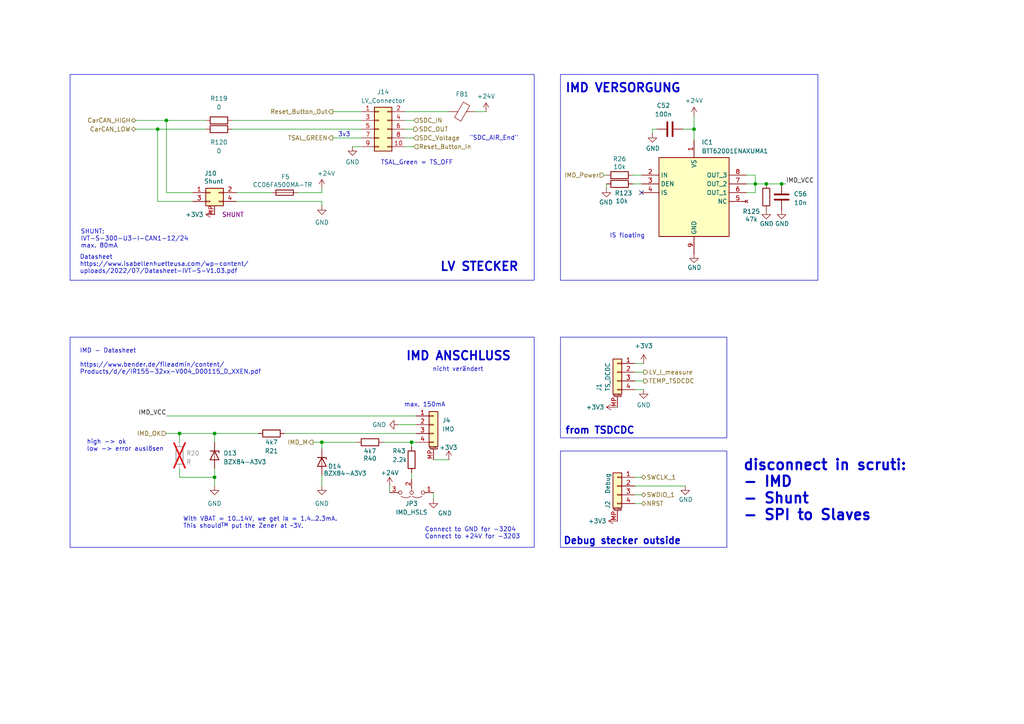
<source format=kicad_sch>
(kicad_sch
	(version 20231120)
	(generator "eeschema")
	(generator_version "8.0")
	(uuid "200fd554-4226-4e14-a1ce-db0521b00741")
	(paper "A4")
	(lib_symbols
		(symbol "BTT62001ENAXUMA1:BTT62001ENAXUMA1"
			(exclude_from_sim no)
			(in_bom yes)
			(on_board yes)
			(property "Reference" "IC"
				(at 26.67 7.62 0)
				(effects
					(font
						(size 1.27 1.27)
					)
					(justify left top)
				)
			)
			(property "Value" "BTT62001ENAXUMA1"
				(at 26.67 5.08 0)
				(effects
					(font
						(size 1.27 1.27)
					)
					(justify left top)
				)
			)
			(property "Footprint" "SOIC127P600X115-9N"
				(at 26.67 -94.92 0)
				(effects
					(font
						(size 1.27 1.27)
					)
					(justify left top)
					(hide yes)
				)
			)
			(property "Datasheet" "https://www.infineon.com/dgdl/Infineon-BTT6200-1ENA-DS-v01_00-EN.pdf?fileId=5546d462636cc8fb01645f3a31f312e9"
				(at 26.67 -194.92 0)
				(effects
					(font
						(size 1.27 1.27)
					)
					(justify left top)
					(hide yes)
				)
			)
			(property "Description" "Infineon PROFET"
				(at -2.54 5.334 0)
				(effects
					(font
						(size 1.27 1.27)
					)
					(hide yes)
				)
			)
			(property "Height" "1.15"
				(at 26.67 -394.92 0)
				(effects
					(font
						(size 1.27 1.27)
					)
					(justify left top)
					(hide yes)
				)
			)
			(property "Manufacturer_Name" "Infineon"
				(at 26.67 -494.92 0)
				(effects
					(font
						(size 1.27 1.27)
					)
					(justify left top)
					(hide yes)
				)
			)
			(property "Manufacturer_Part_Number" "BTT62001ENAXUMA1"
				(at 26.67 -594.92 0)
				(effects
					(font
						(size 1.27 1.27)
					)
					(justify left top)
					(hide yes)
				)
			)
			(property "Arrow Part Number" "BTT62001ENAXUMA1"
				(at 26.67 -694.92 0)
				(effects
					(font
						(size 1.27 1.27)
					)
					(justify left top)
					(hide yes)
				)
			)
			(property "Arrow Price/Stock" "https://www.arrow.com/en/products/btt62001enaxuma1/infineon-technologies-ag"
				(at 26.67 -794.92 0)
				(effects
					(font
						(size 1.27 1.27)
					)
					(justify left top)
					(hide yes)
				)
			)
			(symbol "BTT62001ENAXUMA1_1_1"
				(rectangle
					(start 5.08 2.54)
					(end 25.4 -20.32)
					(stroke
						(width 0.254)
						(type default)
					)
					(fill
						(type background)
					)
				)
				(pin passive line
					(at 15.24 7.62 270)
					(length 5.08)
					(name "VS"
						(effects
							(font
								(size 1.27 1.27)
							)
						)
					)
					(number "1"
						(effects
							(font
								(size 1.27 1.27)
							)
						)
					)
				)
				(pin passive line
					(at 0 -2.54 0)
					(length 5.08)
					(name "IN"
						(effects
							(font
								(size 1.27 1.27)
							)
						)
					)
					(number "2"
						(effects
							(font
								(size 1.27 1.27)
							)
						)
					)
				)
				(pin passive line
					(at 0 -5.08 0)
					(length 5.08)
					(name "DEN"
						(effects
							(font
								(size 1.27 1.27)
							)
						)
					)
					(number "3"
						(effects
							(font
								(size 1.27 1.27)
							)
						)
					)
				)
				(pin passive line
					(at 0 -7.62 0)
					(length 5.08)
					(name "IS"
						(effects
							(font
								(size 1.27 1.27)
							)
						)
					)
					(number "4"
						(effects
							(font
								(size 1.27 1.27)
							)
						)
					)
				)
				(pin no_connect line
					(at 30.48 -10.16 180)
					(length 5.08)
					(name "NC"
						(effects
							(font
								(size 1.27 1.27)
							)
						)
					)
					(number "5"
						(effects
							(font
								(size 1.27 1.27)
							)
						)
					)
				)
				(pin passive line
					(at 30.48 -7.62 180)
					(length 5.08)
					(name "OUT_1"
						(effects
							(font
								(size 1.27 1.27)
							)
						)
					)
					(number "6"
						(effects
							(font
								(size 1.27 1.27)
							)
						)
					)
				)
				(pin passive line
					(at 30.48 -5.08 180)
					(length 5.08)
					(name "OUT_2"
						(effects
							(font
								(size 1.27 1.27)
							)
						)
					)
					(number "7"
						(effects
							(font
								(size 1.27 1.27)
							)
						)
					)
				)
				(pin passive line
					(at 30.48 -2.54 180)
					(length 5.08)
					(name "OUT_3"
						(effects
							(font
								(size 1.27 1.27)
							)
						)
					)
					(number "8"
						(effects
							(font
								(size 1.27 1.27)
							)
						)
					)
				)
				(pin passive line
					(at 15.24 -25.4 90)
					(length 5.08)
					(name "GND"
						(effects
							(font
								(size 1.27 1.27)
							)
						)
					)
					(number "9"
						(effects
							(font
								(size 1.27 1.27)
							)
						)
					)
				)
			)
		)
		(symbol "Connector_Generic:Conn_02x05_Odd_Even"
			(pin_names
				(offset 1.016) hide)
			(exclude_from_sim no)
			(in_bom yes)
			(on_board yes)
			(property "Reference" "J"
				(at 1.27 7.62 0)
				(effects
					(font
						(size 1.27 1.27)
					)
				)
			)
			(property "Value" "Conn_02x05_Odd_Even"
				(at 1.27 -7.62 0)
				(effects
					(font
						(size 1.27 1.27)
					)
				)
			)
			(property "Footprint" ""
				(at 0 0 0)
				(effects
					(font
						(size 1.27 1.27)
					)
					(hide yes)
				)
			)
			(property "Datasheet" "~"
				(at 0 0 0)
				(effects
					(font
						(size 1.27 1.27)
					)
					(hide yes)
				)
			)
			(property "Description" "Generic connector, double row, 02x05, odd/even pin numbering scheme (row 1 odd numbers, row 2 even numbers), script generated (kicad-library-utils/schlib/autogen/connector/)"
				(at 0 0 0)
				(effects
					(font
						(size 1.27 1.27)
					)
					(hide yes)
				)
			)
			(property "ki_keywords" "connector"
				(at 0 0 0)
				(effects
					(font
						(size 1.27 1.27)
					)
					(hide yes)
				)
			)
			(property "ki_fp_filters" "Connector*:*_2x??_*"
				(at 0 0 0)
				(effects
					(font
						(size 1.27 1.27)
					)
					(hide yes)
				)
			)
			(symbol "Conn_02x05_Odd_Even_1_1"
				(rectangle
					(start -1.27 -4.953)
					(end 0 -5.207)
					(stroke
						(width 0.1524)
						(type default)
					)
					(fill
						(type none)
					)
				)
				(rectangle
					(start -1.27 -2.413)
					(end 0 -2.667)
					(stroke
						(width 0.1524)
						(type default)
					)
					(fill
						(type none)
					)
				)
				(rectangle
					(start -1.27 0.127)
					(end 0 -0.127)
					(stroke
						(width 0.1524)
						(type default)
					)
					(fill
						(type none)
					)
				)
				(rectangle
					(start -1.27 2.667)
					(end 0 2.413)
					(stroke
						(width 0.1524)
						(type default)
					)
					(fill
						(type none)
					)
				)
				(rectangle
					(start -1.27 5.207)
					(end 0 4.953)
					(stroke
						(width 0.1524)
						(type default)
					)
					(fill
						(type none)
					)
				)
				(rectangle
					(start -1.27 6.35)
					(end 3.81 -6.35)
					(stroke
						(width 0.254)
						(type default)
					)
					(fill
						(type background)
					)
				)
				(rectangle
					(start 3.81 -4.953)
					(end 2.54 -5.207)
					(stroke
						(width 0.1524)
						(type default)
					)
					(fill
						(type none)
					)
				)
				(rectangle
					(start 3.81 -2.413)
					(end 2.54 -2.667)
					(stroke
						(width 0.1524)
						(type default)
					)
					(fill
						(type none)
					)
				)
				(rectangle
					(start 3.81 0.127)
					(end 2.54 -0.127)
					(stroke
						(width 0.1524)
						(type default)
					)
					(fill
						(type none)
					)
				)
				(rectangle
					(start 3.81 2.667)
					(end 2.54 2.413)
					(stroke
						(width 0.1524)
						(type default)
					)
					(fill
						(type none)
					)
				)
				(rectangle
					(start 3.81 5.207)
					(end 2.54 4.953)
					(stroke
						(width 0.1524)
						(type default)
					)
					(fill
						(type none)
					)
				)
				(pin passive line
					(at -5.08 5.08 0)
					(length 3.81)
					(name "Pin_1"
						(effects
							(font
								(size 1.27 1.27)
							)
						)
					)
					(number "1"
						(effects
							(font
								(size 1.27 1.27)
							)
						)
					)
				)
				(pin passive line
					(at 7.62 -5.08 180)
					(length 3.81)
					(name "Pin_10"
						(effects
							(font
								(size 1.27 1.27)
							)
						)
					)
					(number "10"
						(effects
							(font
								(size 1.27 1.27)
							)
						)
					)
				)
				(pin passive line
					(at 7.62 5.08 180)
					(length 3.81)
					(name "Pin_2"
						(effects
							(font
								(size 1.27 1.27)
							)
						)
					)
					(number "2"
						(effects
							(font
								(size 1.27 1.27)
							)
						)
					)
				)
				(pin passive line
					(at -5.08 2.54 0)
					(length 3.81)
					(name "Pin_3"
						(effects
							(font
								(size 1.27 1.27)
							)
						)
					)
					(number "3"
						(effects
							(font
								(size 1.27 1.27)
							)
						)
					)
				)
				(pin passive line
					(at 7.62 2.54 180)
					(length 3.81)
					(name "Pin_4"
						(effects
							(font
								(size 1.27 1.27)
							)
						)
					)
					(number "4"
						(effects
							(font
								(size 1.27 1.27)
							)
						)
					)
				)
				(pin passive line
					(at -5.08 0 0)
					(length 3.81)
					(name "Pin_5"
						(effects
							(font
								(size 1.27 1.27)
							)
						)
					)
					(number "5"
						(effects
							(font
								(size 1.27 1.27)
							)
						)
					)
				)
				(pin passive line
					(at 7.62 0 180)
					(length 3.81)
					(name "Pin_6"
						(effects
							(font
								(size 1.27 1.27)
							)
						)
					)
					(number "6"
						(effects
							(font
								(size 1.27 1.27)
							)
						)
					)
				)
				(pin passive line
					(at -5.08 -2.54 0)
					(length 3.81)
					(name "Pin_7"
						(effects
							(font
								(size 1.27 1.27)
							)
						)
					)
					(number "7"
						(effects
							(font
								(size 1.27 1.27)
							)
						)
					)
				)
				(pin passive line
					(at 7.62 -2.54 180)
					(length 3.81)
					(name "Pin_8"
						(effects
							(font
								(size 1.27 1.27)
							)
						)
					)
					(number "8"
						(effects
							(font
								(size 1.27 1.27)
							)
						)
					)
				)
				(pin passive line
					(at -5.08 -5.08 0)
					(length 3.81)
					(name "Pin_9"
						(effects
							(font
								(size 1.27 1.27)
							)
						)
					)
					(number "9"
						(effects
							(font
								(size 1.27 1.27)
							)
						)
					)
				)
			)
		)
		(symbol "Connector_Generic_MountingPin:Conn_01x04_MountingPin"
			(pin_names
				(offset 1.016) hide)
			(exclude_from_sim no)
			(in_bom yes)
			(on_board yes)
			(property "Reference" "J"
				(at 0 5.08 0)
				(effects
					(font
						(size 1.27 1.27)
					)
				)
			)
			(property "Value" "Conn_01x04_MountingPin"
				(at 1.27 -7.62 0)
				(effects
					(font
						(size 1.27 1.27)
					)
					(justify left)
				)
			)
			(property "Footprint" ""
				(at 0 0 0)
				(effects
					(font
						(size 1.27 1.27)
					)
					(hide yes)
				)
			)
			(property "Datasheet" "~"
				(at 0 0 0)
				(effects
					(font
						(size 1.27 1.27)
					)
					(hide yes)
				)
			)
			(property "Description" "Generic connectable mounting pin connector, single row, 01x04, script generated (kicad-library-utils/schlib/autogen/connector/)"
				(at 0 0 0)
				(effects
					(font
						(size 1.27 1.27)
					)
					(hide yes)
				)
			)
			(property "ki_keywords" "connector"
				(at 0 0 0)
				(effects
					(font
						(size 1.27 1.27)
					)
					(hide yes)
				)
			)
			(property "ki_fp_filters" "Connector*:*_1x??-1MP*"
				(at 0 0 0)
				(effects
					(font
						(size 1.27 1.27)
					)
					(hide yes)
				)
			)
			(symbol "Conn_01x04_MountingPin_1_1"
				(rectangle
					(start -1.27 -4.953)
					(end 0 -5.207)
					(stroke
						(width 0.1524)
						(type default)
					)
					(fill
						(type none)
					)
				)
				(rectangle
					(start -1.27 -2.413)
					(end 0 -2.667)
					(stroke
						(width 0.1524)
						(type default)
					)
					(fill
						(type none)
					)
				)
				(rectangle
					(start -1.27 0.127)
					(end 0 -0.127)
					(stroke
						(width 0.1524)
						(type default)
					)
					(fill
						(type none)
					)
				)
				(rectangle
					(start -1.27 2.667)
					(end 0 2.413)
					(stroke
						(width 0.1524)
						(type default)
					)
					(fill
						(type none)
					)
				)
				(rectangle
					(start -1.27 3.81)
					(end 1.27 -6.35)
					(stroke
						(width 0.254)
						(type default)
					)
					(fill
						(type background)
					)
				)
				(polyline
					(pts
						(xy -1.016 -7.112) (xy 1.016 -7.112)
					)
					(stroke
						(width 0.1524)
						(type default)
					)
					(fill
						(type none)
					)
				)
				(text "Mounting"
					(at 0 -6.731 0)
					(effects
						(font
							(size 0.381 0.381)
						)
					)
				)
				(pin passive line
					(at -5.08 2.54 0)
					(length 3.81)
					(name "Pin_1"
						(effects
							(font
								(size 1.27 1.27)
							)
						)
					)
					(number "1"
						(effects
							(font
								(size 1.27 1.27)
							)
						)
					)
				)
				(pin passive line
					(at -5.08 0 0)
					(length 3.81)
					(name "Pin_2"
						(effects
							(font
								(size 1.27 1.27)
							)
						)
					)
					(number "2"
						(effects
							(font
								(size 1.27 1.27)
							)
						)
					)
				)
				(pin passive line
					(at -5.08 -2.54 0)
					(length 3.81)
					(name "Pin_3"
						(effects
							(font
								(size 1.27 1.27)
							)
						)
					)
					(number "3"
						(effects
							(font
								(size 1.27 1.27)
							)
						)
					)
				)
				(pin passive line
					(at -5.08 -5.08 0)
					(length 3.81)
					(name "Pin_4"
						(effects
							(font
								(size 1.27 1.27)
							)
						)
					)
					(number "4"
						(effects
							(font
								(size 1.27 1.27)
							)
						)
					)
				)
				(pin passive line
					(at 0 -10.16 90)
					(length 3.048)
					(name "MountPin"
						(effects
							(font
								(size 1.27 1.27)
							)
						)
					)
					(number "MP"
						(effects
							(font
								(size 1.27 1.27)
							)
						)
					)
				)
			)
		)
		(symbol "Device:C"
			(pin_numbers hide)
			(pin_names
				(offset 0.254)
			)
			(exclude_from_sim no)
			(in_bom yes)
			(on_board yes)
			(property "Reference" "C"
				(at 0.635 2.54 0)
				(effects
					(font
						(size 1.27 1.27)
					)
					(justify left)
				)
			)
			(property "Value" "C"
				(at 0.635 -2.54 0)
				(effects
					(font
						(size 1.27 1.27)
					)
					(justify left)
				)
			)
			(property "Footprint" ""
				(at 0.9652 -3.81 0)
				(effects
					(font
						(size 1.27 1.27)
					)
					(hide yes)
				)
			)
			(property "Datasheet" "~"
				(at 0 0 0)
				(effects
					(font
						(size 1.27 1.27)
					)
					(hide yes)
				)
			)
			(property "Description" "Unpolarized capacitor"
				(at 0 0 0)
				(effects
					(font
						(size 1.27 1.27)
					)
					(hide yes)
				)
			)
			(property "ki_keywords" "cap capacitor"
				(at 0 0 0)
				(effects
					(font
						(size 1.27 1.27)
					)
					(hide yes)
				)
			)
			(property "ki_fp_filters" "C_*"
				(at 0 0 0)
				(effects
					(font
						(size 1.27 1.27)
					)
					(hide yes)
				)
			)
			(symbol "C_0_1"
				(polyline
					(pts
						(xy -2.032 -0.762) (xy 2.032 -0.762)
					)
					(stroke
						(width 0.508)
						(type default)
					)
					(fill
						(type none)
					)
				)
				(polyline
					(pts
						(xy -2.032 0.762) (xy 2.032 0.762)
					)
					(stroke
						(width 0.508)
						(type default)
					)
					(fill
						(type none)
					)
				)
			)
			(symbol "C_1_1"
				(pin passive line
					(at 0 3.81 270)
					(length 2.794)
					(name "~"
						(effects
							(font
								(size 1.27 1.27)
							)
						)
					)
					(number "1"
						(effects
							(font
								(size 1.27 1.27)
							)
						)
					)
				)
				(pin passive line
					(at 0 -3.81 90)
					(length 2.794)
					(name "~"
						(effects
							(font
								(size 1.27 1.27)
							)
						)
					)
					(number "2"
						(effects
							(font
								(size 1.27 1.27)
							)
						)
					)
				)
			)
		)
		(symbol "Device:FerriteBead"
			(pin_numbers hide)
			(pin_names
				(offset 0)
			)
			(exclude_from_sim no)
			(in_bom yes)
			(on_board yes)
			(property "Reference" "FB"
				(at -3.81 0.635 90)
				(effects
					(font
						(size 1.27 1.27)
					)
				)
			)
			(property "Value" "FerriteBead"
				(at 3.81 0 90)
				(effects
					(font
						(size 1.27 1.27)
					)
				)
			)
			(property "Footprint" ""
				(at -1.778 0 90)
				(effects
					(font
						(size 1.27 1.27)
					)
					(hide yes)
				)
			)
			(property "Datasheet" "~"
				(at 0 0 0)
				(effects
					(font
						(size 1.27 1.27)
					)
					(hide yes)
				)
			)
			(property "Description" "Ferrite bead"
				(at 0 0 0)
				(effects
					(font
						(size 1.27 1.27)
					)
					(hide yes)
				)
			)
			(property "ki_keywords" "L ferrite bead inductor filter"
				(at 0 0 0)
				(effects
					(font
						(size 1.27 1.27)
					)
					(hide yes)
				)
			)
			(property "ki_fp_filters" "Inductor_* L_* *Ferrite*"
				(at 0 0 0)
				(effects
					(font
						(size 1.27 1.27)
					)
					(hide yes)
				)
			)
			(symbol "FerriteBead_0_1"
				(polyline
					(pts
						(xy 0 -1.27) (xy 0 -1.2192)
					)
					(stroke
						(width 0)
						(type default)
					)
					(fill
						(type none)
					)
				)
				(polyline
					(pts
						(xy 0 1.27) (xy 0 1.2954)
					)
					(stroke
						(width 0)
						(type default)
					)
					(fill
						(type none)
					)
				)
				(polyline
					(pts
						(xy -2.7686 0.4064) (xy -1.7018 2.2606) (xy 2.7686 -0.3048) (xy 1.6764 -2.159) (xy -2.7686 0.4064)
					)
					(stroke
						(width 0)
						(type default)
					)
					(fill
						(type none)
					)
				)
			)
			(symbol "FerriteBead_1_1"
				(pin passive line
					(at 0 3.81 270)
					(length 2.54)
					(name "~"
						(effects
							(font
								(size 1.27 1.27)
							)
						)
					)
					(number "1"
						(effects
							(font
								(size 1.27 1.27)
							)
						)
					)
				)
				(pin passive line
					(at 0 -3.81 90)
					(length 2.54)
					(name "~"
						(effects
							(font
								(size 1.27 1.27)
							)
						)
					)
					(number "2"
						(effects
							(font
								(size 1.27 1.27)
							)
						)
					)
				)
			)
		)
		(symbol "Device:Fuse"
			(pin_numbers hide)
			(pin_names
				(offset 0)
			)
			(exclude_from_sim no)
			(in_bom yes)
			(on_board yes)
			(property "Reference" "F"
				(at 2.032 0 90)
				(effects
					(font
						(size 1.27 1.27)
					)
				)
			)
			(property "Value" "Fuse"
				(at -1.905 0 90)
				(effects
					(font
						(size 1.27 1.27)
					)
				)
			)
			(property "Footprint" ""
				(at -1.778 0 90)
				(effects
					(font
						(size 1.27 1.27)
					)
					(hide yes)
				)
			)
			(property "Datasheet" "~"
				(at 0 0 0)
				(effects
					(font
						(size 1.27 1.27)
					)
					(hide yes)
				)
			)
			(property "Description" "Fuse"
				(at 0 0 0)
				(effects
					(font
						(size 1.27 1.27)
					)
					(hide yes)
				)
			)
			(property "ki_keywords" "fuse"
				(at 0 0 0)
				(effects
					(font
						(size 1.27 1.27)
					)
					(hide yes)
				)
			)
			(property "ki_fp_filters" "*Fuse*"
				(at 0 0 0)
				(effects
					(font
						(size 1.27 1.27)
					)
					(hide yes)
				)
			)
			(symbol "Fuse_0_1"
				(rectangle
					(start -0.762 -2.54)
					(end 0.762 2.54)
					(stroke
						(width 0.254)
						(type default)
					)
					(fill
						(type none)
					)
				)
				(polyline
					(pts
						(xy 0 2.54) (xy 0 -2.54)
					)
					(stroke
						(width 0)
						(type default)
					)
					(fill
						(type none)
					)
				)
			)
			(symbol "Fuse_1_1"
				(pin passive line
					(at 0 3.81 270)
					(length 1.27)
					(name "~"
						(effects
							(font
								(size 1.27 1.27)
							)
						)
					)
					(number "1"
						(effects
							(font
								(size 1.27 1.27)
							)
						)
					)
				)
				(pin passive line
					(at 0 -3.81 90)
					(length 1.27)
					(name "~"
						(effects
							(font
								(size 1.27 1.27)
							)
						)
					)
					(number "2"
						(effects
							(font
								(size 1.27 1.27)
							)
						)
					)
				)
			)
		)
		(symbol "Device:R"
			(pin_numbers hide)
			(pin_names
				(offset 0)
			)
			(exclude_from_sim no)
			(in_bom yes)
			(on_board yes)
			(property "Reference" "R"
				(at 2.032 0 90)
				(effects
					(font
						(size 1.27 1.27)
					)
				)
			)
			(property "Value" "R"
				(at 0 0 90)
				(effects
					(font
						(size 1.27 1.27)
					)
				)
			)
			(property "Footprint" ""
				(at -1.778 0 90)
				(effects
					(font
						(size 1.27 1.27)
					)
					(hide yes)
				)
			)
			(property "Datasheet" "~"
				(at 0 0 0)
				(effects
					(font
						(size 1.27 1.27)
					)
					(hide yes)
				)
			)
			(property "Description" "Resistor"
				(at 0 0 0)
				(effects
					(font
						(size 1.27 1.27)
					)
					(hide yes)
				)
			)
			(property "ki_keywords" "R res resistor"
				(at 0 0 0)
				(effects
					(font
						(size 1.27 1.27)
					)
					(hide yes)
				)
			)
			(property "ki_fp_filters" "R_*"
				(at 0 0 0)
				(effects
					(font
						(size 1.27 1.27)
					)
					(hide yes)
				)
			)
			(symbol "R_0_1"
				(rectangle
					(start -1.016 -2.54)
					(end 1.016 2.54)
					(stroke
						(width 0.254)
						(type default)
					)
					(fill
						(type none)
					)
				)
			)
			(symbol "R_1_1"
				(pin passive line
					(at 0 3.81 270)
					(length 1.27)
					(name "~"
						(effects
							(font
								(size 1.27 1.27)
							)
						)
					)
					(number "1"
						(effects
							(font
								(size 1.27 1.27)
							)
						)
					)
				)
				(pin passive line
					(at 0 -3.81 90)
					(length 1.27)
					(name "~"
						(effects
							(font
								(size 1.27 1.27)
							)
						)
					)
					(number "2"
						(effects
							(font
								(size 1.27 1.27)
							)
						)
					)
				)
			)
		)
		(symbol "Jumper:Jumper_3_Open"
			(pin_names
				(offset 0) hide)
			(exclude_from_sim no)
			(in_bom yes)
			(on_board yes)
			(property "Reference" "JP"
				(at -2.54 -2.54 0)
				(effects
					(font
						(size 1.27 1.27)
					)
				)
			)
			(property "Value" "Jumper_3_Open"
				(at 0 2.794 0)
				(effects
					(font
						(size 1.27 1.27)
					)
				)
			)
			(property "Footprint" ""
				(at 0 0 0)
				(effects
					(font
						(size 1.27 1.27)
					)
					(hide yes)
				)
			)
			(property "Datasheet" "~"
				(at 0 0 0)
				(effects
					(font
						(size 1.27 1.27)
					)
					(hide yes)
				)
			)
			(property "Description" "Jumper, 3-pole, both open"
				(at 0 0 0)
				(effects
					(font
						(size 1.27 1.27)
					)
					(hide yes)
				)
			)
			(property "ki_keywords" "Jumper SPDT"
				(at 0 0 0)
				(effects
					(font
						(size 1.27 1.27)
					)
					(hide yes)
				)
			)
			(property "ki_fp_filters" "Jumper* TestPoint*3Pads* TestPoint*Bridge*"
				(at 0 0 0)
				(effects
					(font
						(size 1.27 1.27)
					)
					(hide yes)
				)
			)
			(symbol "Jumper_3_Open_0_0"
				(circle
					(center -3.302 0)
					(radius 0.508)
					(stroke
						(width 0)
						(type default)
					)
					(fill
						(type none)
					)
				)
				(circle
					(center 0 0)
					(radius 0.508)
					(stroke
						(width 0)
						(type default)
					)
					(fill
						(type none)
					)
				)
				(circle
					(center 3.302 0)
					(radius 0.508)
					(stroke
						(width 0)
						(type default)
					)
					(fill
						(type none)
					)
				)
			)
			(symbol "Jumper_3_Open_0_1"
				(arc
					(start -0.254 1.016)
					(mid -1.651 1.4992)
					(end -3.048 1.016)
					(stroke
						(width 0)
						(type default)
					)
					(fill
						(type none)
					)
				)
				(polyline
					(pts
						(xy 0 -0.508) (xy 0 -1.27)
					)
					(stroke
						(width 0)
						(type default)
					)
					(fill
						(type none)
					)
				)
				(arc
					(start 3.048 1.016)
					(mid 1.651 1.4992)
					(end 0.254 1.016)
					(stroke
						(width 0)
						(type default)
					)
					(fill
						(type none)
					)
				)
			)
			(symbol "Jumper_3_Open_1_1"
				(pin passive line
					(at -6.35 0 0)
					(length 2.54)
					(name "A"
						(effects
							(font
								(size 1.27 1.27)
							)
						)
					)
					(number "1"
						(effects
							(font
								(size 1.27 1.27)
							)
						)
					)
				)
				(pin passive line
					(at 0 -3.81 90)
					(length 2.54)
					(name "C"
						(effects
							(font
								(size 1.27 1.27)
							)
						)
					)
					(number "2"
						(effects
							(font
								(size 1.27 1.27)
							)
						)
					)
				)
				(pin passive line
					(at 6.35 0 180)
					(length 2.54)
					(name "B"
						(effects
							(font
								(size 1.27 1.27)
							)
						)
					)
					(number "3"
						(effects
							(font
								(size 1.27 1.27)
							)
						)
					)
				)
			)
		)
		(symbol "Master:BZX84-A3V3"
			(pin_numbers hide)
			(pin_names
				(offset 1.016) hide)
			(exclude_from_sim no)
			(in_bom yes)
			(on_board yes)
			(property "Reference" "D"
				(at 0 2.54 0)
				(effects
					(font
						(size 1.27 1.27)
					)
				)
			)
			(property "Value" "BZX84-A3V3"
				(at 0 -2.54 0)
				(effects
					(font
						(size 1.27 1.27)
					)
				)
			)
			(property "Footprint" "Package_TO_SOT_SMD:SOT-23-3"
				(at 0 5.08 0)
				(effects
					(font
						(size 1.27 1.27)
					)
					(hide yes)
				)
			)
			(property "Datasheet" "~"
				(at 0 0 0)
				(effects
					(font
						(size 1.27 1.27)
					)
					(hide yes)
				)
			)
			(property "Description" "Zener diode 3.3V SOT-23"
				(at 0 0 0)
				(effects
					(font
						(size 1.27 1.27)
					)
					(hide yes)
				)
			)
			(property "ki_keywords" "diode"
				(at 0 0 0)
				(effects
					(font
						(size 1.27 1.27)
					)
					(hide yes)
				)
			)
			(property "ki_fp_filters" "TO-???* *_Diode_* *SingleDiode* D_*"
				(at 0 0 0)
				(effects
					(font
						(size 1.27 1.27)
					)
					(hide yes)
				)
			)
			(symbol "BZX84-A3V3_0_1"
				(polyline
					(pts
						(xy 1.27 0) (xy -1.27 0)
					)
					(stroke
						(width 0)
						(type default)
					)
					(fill
						(type none)
					)
				)
				(polyline
					(pts
						(xy -1.27 -1.27) (xy -1.27 1.27) (xy -0.762 1.27)
					)
					(stroke
						(width 0.254)
						(type default)
					)
					(fill
						(type none)
					)
				)
				(polyline
					(pts
						(xy 1.27 -1.27) (xy 1.27 1.27) (xy -1.27 0) (xy 1.27 -1.27)
					)
					(stroke
						(width 0.254)
						(type default)
					)
					(fill
						(type none)
					)
				)
			)
			(symbol "BZX84-A3V3_1_1"
				(pin passive line
					(at 3.81 0 180)
					(length 2.54)
					(name "A"
						(effects
							(font
								(size 1.27 1.27)
							)
						)
					)
					(number "1"
						(effects
							(font
								(size 1.27 1.27)
							)
						)
					)
				)
				(pin passive line
					(at -3.81 0 0)
					(length 2.54)
					(name "K"
						(effects
							(font
								(size 1.27 1.27)
							)
						)
					)
					(number "3"
						(effects
							(font
								(size 1.27 1.27)
							)
						)
					)
				)
			)
		)
		(symbol "Master:MMNL_2x2p_vertical"
			(pin_names
				(offset 1.016) hide)
			(exclude_from_sim no)
			(in_bom yes)
			(on_board yes)
			(property "Reference" "J"
				(at 1.27 2.54 0)
				(effects
					(font
						(size 1.27 1.27)
					)
				)
			)
			(property "Value" "MMNL_2x2p_vertical"
				(at 1.27 -5.08 0)
				(effects
					(font
						(size 1.27 1.27)
					)
				)
			)
			(property "Footprint" "FaSTTUBe_connectors:Micro_Mate-N-Lok_2x2p_vertical"
				(at 2.54 -7.112 0)
				(effects
					(font
						(size 1.27 1.27)
					)
					(hide yes)
				)
			)
			(property "Datasheet" "~"
				(at 0 0 0)
				(effects
					(font
						(size 1.27 1.27)
					)
					(hide yes)
				)
			)
			(property "Description" "Generic connector, double row, 02x02, odd/even pin numbering scheme (row 1 odd numbers, row 2 even numbers), script generated (kicad-library-utils/schlib/autogen/connector/)"
				(at 2.032 -9.398 0)
				(effects
					(font
						(size 1.27 1.27)
					)
					(hide yes)
				)
			)
			(property "ki_keywords" "connector"
				(at 0 0 0)
				(effects
					(font
						(size 1.27 1.27)
					)
					(hide yes)
				)
			)
			(property "ki_fp_filters" "Connector*:*_2x??_*"
				(at 0 0 0)
				(effects
					(font
						(size 1.27 1.27)
					)
					(hide yes)
				)
			)
			(symbol "MMNL_2x2p_vertical_1_1"
				(rectangle
					(start -1.27 -2.413)
					(end 0 -2.667)
					(stroke
						(width 0.1524)
						(type default)
					)
					(fill
						(type none)
					)
				)
				(rectangle
					(start -1.27 0.127)
					(end 0 -0.127)
					(stroke
						(width 0.1524)
						(type default)
					)
					(fill
						(type none)
					)
				)
				(rectangle
					(start -1.27 1.27)
					(end 3.81 -3.81)
					(stroke
						(width 0.254)
						(type default)
					)
					(fill
						(type background)
					)
				)
				(rectangle
					(start 3.81 -2.413)
					(end 2.54 -2.667)
					(stroke
						(width 0.1524)
						(type default)
					)
					(fill
						(type none)
					)
				)
				(rectangle
					(start 3.81 0.127)
					(end 2.54 -0.127)
					(stroke
						(width 0.1524)
						(type default)
					)
					(fill
						(type none)
					)
				)
				(pin passive line
					(at -5.08 0 0)
					(length 3.81)
					(name "Pin_1"
						(effects
							(font
								(size 1.27 1.27)
							)
						)
					)
					(number "1"
						(effects
							(font
								(size 1.27 1.27)
							)
						)
					)
				)
				(pin passive line
					(at 7.62 0 180)
					(length 3.81)
					(name "Pin_2"
						(effects
							(font
								(size 1.27 1.27)
							)
						)
					)
					(number "2"
						(effects
							(font
								(size 1.27 1.27)
							)
						)
					)
				)
				(pin passive line
					(at -5.08 -2.54 0)
					(length 3.81)
					(name "Pin_3"
						(effects
							(font
								(size 1.27 1.27)
							)
						)
					)
					(number "3"
						(effects
							(font
								(size 1.27 1.27)
							)
						)
					)
				)
				(pin passive line
					(at 7.62 -2.54 180)
					(length 3.81)
					(name "Pin_4"
						(effects
							(font
								(size 1.27 1.27)
							)
						)
					)
					(number "4"
						(effects
							(font
								(size 1.27 1.27)
							)
						)
					)
				)
				(pin passive line
					(at 1.27 -6.35 90)
					(length 2.54)
					(name ""
						(effects
							(font
								(size 1.27 1.27)
							)
						)
					)
					(number "MP"
						(effects
							(font
								(size 1.27 1.27)
							)
						)
					)
				)
			)
		)
		(symbol "power:+12V"
			(power)
			(pin_numbers hide)
			(pin_names
				(offset 0) hide)
			(exclude_from_sim no)
			(in_bom yes)
			(on_board yes)
			(property "Reference" "#PWR"
				(at 0 -3.81 0)
				(effects
					(font
						(size 1.27 1.27)
					)
					(hide yes)
				)
			)
			(property "Value" "+12V"
				(at 0 3.556 0)
				(effects
					(font
						(size 1.27 1.27)
					)
				)
			)
			(property "Footprint" ""
				(at 0 0 0)
				(effects
					(font
						(size 1.27 1.27)
					)
					(hide yes)
				)
			)
			(property "Datasheet" ""
				(at 0 0 0)
				(effects
					(font
						(size 1.27 1.27)
					)
					(hide yes)
				)
			)
			(property "Description" "Power symbol creates a global label with name \"+12V\""
				(at 0 0 0)
				(effects
					(font
						(size 1.27 1.27)
					)
					(hide yes)
				)
			)
			(property "ki_keywords" "global power"
				(at 0 0 0)
				(effects
					(font
						(size 1.27 1.27)
					)
					(hide yes)
				)
			)
			(symbol "+12V_0_1"
				(polyline
					(pts
						(xy -0.762 1.27) (xy 0 2.54)
					)
					(stroke
						(width 0)
						(type default)
					)
					(fill
						(type none)
					)
				)
				(polyline
					(pts
						(xy 0 0) (xy 0 2.54)
					)
					(stroke
						(width 0)
						(type default)
					)
					(fill
						(type none)
					)
				)
				(polyline
					(pts
						(xy 0 2.54) (xy 0.762 1.27)
					)
					(stroke
						(width 0)
						(type default)
					)
					(fill
						(type none)
					)
				)
			)
			(symbol "+12V_1_1"
				(pin power_in line
					(at 0 0 90)
					(length 0)
					(name "~"
						(effects
							(font
								(size 1.27 1.27)
							)
						)
					)
					(number "1"
						(effects
							(font
								(size 1.27 1.27)
							)
						)
					)
				)
			)
		)
		(symbol "power:+24V"
			(power)
			(pin_numbers hide)
			(pin_names
				(offset 0) hide)
			(exclude_from_sim no)
			(in_bom yes)
			(on_board yes)
			(property "Reference" "#PWR"
				(at 0 -3.81 0)
				(effects
					(font
						(size 1.27 1.27)
					)
					(hide yes)
				)
			)
			(property "Value" "+24V"
				(at 0 3.556 0)
				(effects
					(font
						(size 1.27 1.27)
					)
				)
			)
			(property "Footprint" ""
				(at 0 0 0)
				(effects
					(font
						(size 1.27 1.27)
					)
					(hide yes)
				)
			)
			(property "Datasheet" ""
				(at 0 0 0)
				(effects
					(font
						(size 1.27 1.27)
					)
					(hide yes)
				)
			)
			(property "Description" "Power symbol creates a global label with name \"+24V\""
				(at 0 0 0)
				(effects
					(font
						(size 1.27 1.27)
					)
					(hide yes)
				)
			)
			(property "ki_keywords" "global power"
				(at 0 0 0)
				(effects
					(font
						(size 1.27 1.27)
					)
					(hide yes)
				)
			)
			(symbol "+24V_0_1"
				(polyline
					(pts
						(xy -0.762 1.27) (xy 0 2.54)
					)
					(stroke
						(width 0)
						(type default)
					)
					(fill
						(type none)
					)
				)
				(polyline
					(pts
						(xy 0 0) (xy 0 2.54)
					)
					(stroke
						(width 0)
						(type default)
					)
					(fill
						(type none)
					)
				)
				(polyline
					(pts
						(xy 0 2.54) (xy 0.762 1.27)
					)
					(stroke
						(width 0)
						(type default)
					)
					(fill
						(type none)
					)
				)
			)
			(symbol "+24V_1_1"
				(pin power_in line
					(at 0 0 90)
					(length 0)
					(name "~"
						(effects
							(font
								(size 1.27 1.27)
							)
						)
					)
					(number "1"
						(effects
							(font
								(size 1.27 1.27)
							)
						)
					)
				)
			)
		)
		(symbol "power:+3V3"
			(power)
			(pin_numbers hide)
			(pin_names
				(offset 0) hide)
			(exclude_from_sim no)
			(in_bom yes)
			(on_board yes)
			(property "Reference" "#PWR"
				(at 0 -3.81 0)
				(effects
					(font
						(size 1.27 1.27)
					)
					(hide yes)
				)
			)
			(property "Value" "+3V3"
				(at 0 3.556 0)
				(effects
					(font
						(size 1.27 1.27)
					)
				)
			)
			(property "Footprint" ""
				(at 0 0 0)
				(effects
					(font
						(size 1.27 1.27)
					)
					(hide yes)
				)
			)
			(property "Datasheet" ""
				(at 0 0 0)
				(effects
					(font
						(size 1.27 1.27)
					)
					(hide yes)
				)
			)
			(property "Description" "Power symbol creates a global label with name \"+3V3\""
				(at 0 0 0)
				(effects
					(font
						(size 1.27 1.27)
					)
					(hide yes)
				)
			)
			(property "ki_keywords" "global power"
				(at 0 0 0)
				(effects
					(font
						(size 1.27 1.27)
					)
					(hide yes)
				)
			)
			(symbol "+3V3_0_1"
				(polyline
					(pts
						(xy -0.762 1.27) (xy 0 2.54)
					)
					(stroke
						(width 0)
						(type default)
					)
					(fill
						(type none)
					)
				)
				(polyline
					(pts
						(xy 0 0) (xy 0 2.54)
					)
					(stroke
						(width 0)
						(type default)
					)
					(fill
						(type none)
					)
				)
				(polyline
					(pts
						(xy 0 2.54) (xy 0.762 1.27)
					)
					(stroke
						(width 0)
						(type default)
					)
					(fill
						(type none)
					)
				)
			)
			(symbol "+3V3_1_1"
				(pin power_in line
					(at 0 0 90)
					(length 0)
					(name "~"
						(effects
							(font
								(size 1.27 1.27)
							)
						)
					)
					(number "1"
						(effects
							(font
								(size 1.27 1.27)
							)
						)
					)
				)
			)
		)
		(symbol "power:GND"
			(power)
			(pin_numbers hide)
			(pin_names
				(offset 0) hide)
			(exclude_from_sim no)
			(in_bom yes)
			(on_board yes)
			(property "Reference" "#PWR"
				(at 0 -6.35 0)
				(effects
					(font
						(size 1.27 1.27)
					)
					(hide yes)
				)
			)
			(property "Value" "GND"
				(at 0 -3.81 0)
				(effects
					(font
						(size 1.27 1.27)
					)
				)
			)
			(property "Footprint" ""
				(at 0 0 0)
				(effects
					(font
						(size 1.27 1.27)
					)
					(hide yes)
				)
			)
			(property "Datasheet" ""
				(at 0 0 0)
				(effects
					(font
						(size 1.27 1.27)
					)
					(hide yes)
				)
			)
			(property "Description" "Power symbol creates a global label with name \"GND\" , ground"
				(at 0 0 0)
				(effects
					(font
						(size 1.27 1.27)
					)
					(hide yes)
				)
			)
			(property "ki_keywords" "global power"
				(at 0 0 0)
				(effects
					(font
						(size 1.27 1.27)
					)
					(hide yes)
				)
			)
			(symbol "GND_0_1"
				(polyline
					(pts
						(xy 0 0) (xy 0 -1.27) (xy 1.27 -1.27) (xy 0 -2.54) (xy -1.27 -1.27) (xy 0 -1.27)
					)
					(stroke
						(width 0)
						(type default)
					)
					(fill
						(type none)
					)
				)
			)
			(symbol "GND_1_1"
				(pin power_in line
					(at 0 0 270)
					(length 0)
					(name "~"
						(effects
							(font
								(size 1.27 1.27)
							)
						)
					)
					(number "1"
						(effects
							(font
								(size 1.27 1.27)
							)
						)
					)
				)
			)
		)
	)
	(junction
		(at 52.07 125.73)
		(diameter 0)
		(color 0 0 0 0)
		(uuid "19072f10-ee5a-4b22-866e-df3b513352af")
	)
	(junction
		(at 93.345 128.27)
		(diameter 0)
		(color 0 0 0 0)
		(uuid "42343a46-3f07-428a-bf16-87efa8edff8c")
	)
	(junction
		(at 226.695 53.34)
		(diameter 0)
		(color 0 0 0 0)
		(uuid "45d5159f-2aed-4df6-94ad-5370d0017b69")
	)
	(junction
		(at 48.26 34.925)
		(diameter 0)
		(color 0 0 0 0)
		(uuid "4769e45c-17ba-4922-b819-a8e35fb3acc2")
	)
	(junction
		(at 219.075 53.34)
		(diameter 0)
		(color 0 0 0 0)
		(uuid "6eb95d5a-70b5-4668-b223-c8726612b6e7")
	)
	(junction
		(at 62.23 138.43)
		(diameter 0)
		(color 0 0 0 0)
		(uuid "93b1b874-e97f-47cf-b2c6-2e87d002f9cf")
	)
	(junction
		(at 201.295 37.465)
		(diameter 0)
		(color 0 0 0 0)
		(uuid "adbc9845-3c94-4ee5-93b5-dad7fa542b18")
	)
	(junction
		(at 222.25 53.34)
		(diameter 0)
		(color 0 0 0 0)
		(uuid "c99f7bef-040c-41f2-ac8a-1eec5d30abd8")
	)
	(junction
		(at 62.23 125.73)
		(diameter 0)
		(color 0 0 0 0)
		(uuid "d4ac3df1-5e23-4aaa-ab12-71161d937d30")
	)
	(junction
		(at 119.38 128.27)
		(diameter 0)
		(color 0 0 0 0)
		(uuid "ed35cf1b-2ef9-4b44-b8e6-06c905269c9b")
	)
	(junction
		(at 45.72 37.465)
		(diameter 0)
		(color 0 0 0 0)
		(uuid "f497c29c-fe32-4760-93b5-0c99773088aa")
	)
	(no_connect
		(at 186.055 55.88)
		(uuid "3e9e0879-cd00-495f-bae5-53fa16f0f4cb")
	)
	(wire
		(pts
			(xy 93.345 55.88) (xy 86.36 55.88)
		)
		(stroke
			(width 0)
			(type default)
		)
		(uuid "0255bc4f-36a3-4788-8032-6c8b69c1750e")
	)
	(wire
		(pts
			(xy 48.26 34.925) (xy 59.69 34.925)
		)
		(stroke
			(width 0)
			(type default)
		)
		(uuid "0799e8c7-0f92-4b61-97c2-550cf9627324")
	)
	(wire
		(pts
			(xy 219.075 53.34) (xy 216.535 53.34)
		)
		(stroke
			(width 0)
			(type default)
		)
		(uuid "0db18b39-d9c5-4aac-b3dd-f8a9d98eb556")
	)
	(wire
		(pts
			(xy 68.58 55.88) (xy 78.74 55.88)
		)
		(stroke
			(width 0)
			(type default)
		)
		(uuid "1c0154b9-0327-45d8-825d-2b767943d664")
	)
	(wire
		(pts
			(xy 45.72 37.465) (xy 59.69 37.465)
		)
		(stroke
			(width 0)
			(type default)
		)
		(uuid "1f83c307-9184-4452-885a-9ef3548cf41c")
	)
	(wire
		(pts
			(xy 48.26 34.925) (xy 48.26 55.88)
		)
		(stroke
			(width 0)
			(type default)
		)
		(uuid "223afdb1-54b8-4708-a73f-4c87cf9232dc")
	)
	(wire
		(pts
			(xy 62.23 125.73) (xy 62.23 128.27)
		)
		(stroke
			(width 0)
			(type default)
		)
		(uuid "231aadfb-dd2a-4d9d-b80c-98d50e0763d9")
	)
	(wire
		(pts
			(xy 93.345 58.42) (xy 68.58 58.42)
		)
		(stroke
			(width 0)
			(type default)
		)
		(uuid "29e9c02a-14a3-4fc5-a05b-8b2cf24518b9")
	)
	(wire
		(pts
			(xy 219.075 50.8) (xy 219.075 53.34)
		)
		(stroke
			(width 0)
			(type default)
		)
		(uuid "32986fc9-cb07-4b8b-81c0-599312b0485a")
	)
	(wire
		(pts
			(xy 120.015 37.465) (xy 117.475 37.465)
		)
		(stroke
			(width 0)
			(type default)
		)
		(uuid "347a1e79-8e4b-4212-a960-6fb89efef66b")
	)
	(wire
		(pts
			(xy 183.515 50.8) (xy 186.055 50.8)
		)
		(stroke
			(width 0)
			(type default)
		)
		(uuid "34a26c6d-fd87-4387-88c0-062e4096c80d")
	)
	(wire
		(pts
			(xy 216.535 50.8) (xy 219.075 50.8)
		)
		(stroke
			(width 0)
			(type default)
		)
		(uuid "383b9c21-a5f9-4fc9-b19d-182838d2e88a")
	)
	(wire
		(pts
			(xy 120.015 42.545) (xy 117.475 42.545)
		)
		(stroke
			(width 0)
			(type default)
		)
		(uuid "3b34f4ef-ab8d-44ee-a2d0-2a31d1589d6d")
	)
	(wire
		(pts
			(xy 90.805 128.27) (xy 93.345 128.27)
		)
		(stroke
			(width 0)
			(type default)
		)
		(uuid "3c4e452b-00d9-4808-b9d0-92515ec0fb60")
	)
	(wire
		(pts
			(xy 82.55 125.73) (xy 120.65 125.73)
		)
		(stroke
			(width 0)
			(type default)
		)
		(uuid "43f74520-4556-4d56-8b10-40de637704fc")
	)
	(wire
		(pts
			(xy 52.07 125.73) (xy 62.23 125.73)
		)
		(stroke
			(width 0)
			(type default)
		)
		(uuid "452b695d-025e-47a2-922c-47540bbcdd01")
	)
	(wire
		(pts
			(xy 140.97 32.385) (xy 137.795 32.385)
		)
		(stroke
			(width 0)
			(type default)
		)
		(uuid "49b1872b-23ad-44c4-b7ac-aef33c11aa54")
	)
	(wire
		(pts
			(xy 117.475 32.385) (xy 130.175 32.385)
		)
		(stroke
			(width 0)
			(type default)
		)
		(uuid "4eb67373-e7de-4954-b18d-72959d4e5ed7")
	)
	(wire
		(pts
			(xy 175.895 54.61) (xy 175.895 53.34)
		)
		(stroke
			(width 0)
			(type default)
		)
		(uuid "58e0f839-12dc-4f66-841a-fc8d94ded7b8")
	)
	(wire
		(pts
			(xy 119.38 128.27) (xy 119.38 129.54)
		)
		(stroke
			(width 0)
			(type default)
		)
		(uuid "5a375e9a-6a43-48b5-8ab7-ed74b79f317a")
	)
	(wire
		(pts
			(xy 222.25 53.34) (xy 226.695 53.34)
		)
		(stroke
			(width 0)
			(type default)
		)
		(uuid "5c832106-0200-42a9-9fb0-350c044aa8e0")
	)
	(wire
		(pts
			(xy 103.505 128.27) (xy 93.345 128.27)
		)
		(stroke
			(width 0)
			(type default)
		)
		(uuid "5dedd505-5525-4264-9901-2faf9d46f31a")
	)
	(wire
		(pts
			(xy 186.055 138.43) (xy 184.15 138.43)
		)
		(stroke
			(width 0)
			(type default)
		)
		(uuid "5f5f1b64-2e43-4140-9a1f-23a916c2d4be")
	)
	(wire
		(pts
			(xy 125.73 142.875) (xy 125.73 144.78)
		)
		(stroke
			(width 0)
			(type default)
		)
		(uuid "62fd7570-7c4f-42aa-ad92-fb462293d33d")
	)
	(wire
		(pts
			(xy 93.345 137.795) (xy 93.345 140.97)
		)
		(stroke
			(width 0)
			(type default)
		)
		(uuid "6eccbf36-59ea-4e49-ad7d-b589600064a0")
	)
	(wire
		(pts
			(xy 93.345 59.69) (xy 93.345 58.42)
		)
		(stroke
			(width 0)
			(type default)
		)
		(uuid "706f8d03-a3b3-4ed3-95ae-a1d3ac319a85")
	)
	(wire
		(pts
			(xy 39.37 34.925) (xy 48.26 34.925)
		)
		(stroke
			(width 0)
			(type default)
		)
		(uuid "7316454d-0863-49c7-88d3-874c47bc083b")
	)
	(wire
		(pts
			(xy 45.72 58.42) (xy 55.88 58.42)
		)
		(stroke
			(width 0)
			(type default)
		)
		(uuid "77dce1da-d32b-4ae2-929e-4eddda6dc2b7")
	)
	(wire
		(pts
			(xy 45.72 37.465) (xy 45.72 58.42)
		)
		(stroke
			(width 0)
			(type default)
		)
		(uuid "7ad3efa0-d9e7-43dc-9f75-5a8f51ce80e6")
	)
	(wire
		(pts
			(xy 186.055 146.05) (xy 184.15 146.05)
		)
		(stroke
			(width 0)
			(type default)
		)
		(uuid "7be14796-1d26-4ef1-948d-83ffc641207f")
	)
	(wire
		(pts
			(xy 183.515 53.34) (xy 186.055 53.34)
		)
		(stroke
			(width 0)
			(type default)
		)
		(uuid "7d83cce6-098a-4b7f-b29c-85045c30e368")
	)
	(wire
		(pts
			(xy 117.475 40.005) (xy 120.015 40.005)
		)
		(stroke
			(width 0)
			(type default)
		)
		(uuid "7eb99c9a-585e-4f9f-8190-ac4bd6bf5e09")
	)
	(wire
		(pts
			(xy 96.52 32.385) (xy 104.775 32.385)
		)
		(stroke
			(width 0)
			(type default)
		)
		(uuid "807ef203-531a-44de-8229-f82541329fe1")
	)
	(wire
		(pts
			(xy 67.31 37.465) (xy 104.775 37.465)
		)
		(stroke
			(width 0)
			(type default)
		)
		(uuid "827e06c4-b594-4647-8d83-344da7e7444a")
	)
	(wire
		(pts
			(xy 120.015 34.925) (xy 117.475 34.925)
		)
		(stroke
			(width 0)
			(type default)
		)
		(uuid "85657ce7-f49d-4756-ad44-a1480e1cc61e")
	)
	(wire
		(pts
			(xy 52.07 138.43) (xy 62.23 138.43)
		)
		(stroke
			(width 0)
			(type default)
		)
		(uuid "85df31e6-89bb-4b1c-b543-0f3821a0722a")
	)
	(wire
		(pts
			(xy 52.07 135.89) (xy 52.07 138.43)
		)
		(stroke
			(width 0)
			(type default)
		)
		(uuid "8abd20aa-2a76-4bd9-a994-d718b91ef485")
	)
	(wire
		(pts
			(xy 62.23 125.73) (xy 74.93 125.73)
		)
		(stroke
			(width 0)
			(type default)
		)
		(uuid "8d2c4e14-5f2a-41b3-8d76-cfde6b6ad76d")
	)
	(wire
		(pts
			(xy 125.73 133.35) (xy 130.175 133.35)
		)
		(stroke
			(width 0)
			(type default)
		)
		(uuid "8d48b6ae-3a79-4d27-916c-fb9c16742f89")
	)
	(wire
		(pts
			(xy 67.31 34.925) (xy 104.775 34.925)
		)
		(stroke
			(width 0)
			(type default)
		)
		(uuid "9436698c-b3c3-4a53-a1a1-e2870f46fc42")
	)
	(wire
		(pts
			(xy 178.435 118.11) (xy 179.07 118.11)
		)
		(stroke
			(width 0)
			(type default)
		)
		(uuid "963fa769-1ff2-4956-a4c3-f0d983b67590")
	)
	(wire
		(pts
			(xy 201.295 37.465) (xy 201.295 40.64)
		)
		(stroke
			(width 0)
			(type default)
		)
		(uuid "96c855e3-cd26-4c2b-b7a5-1be4dc8174d6")
	)
	(wire
		(pts
			(xy 93.345 128.27) (xy 93.345 130.175)
		)
		(stroke
			(width 0)
			(type default)
		)
		(uuid "97b5f269-8abb-461d-abcd-82eeea9856d1")
	)
	(wire
		(pts
			(xy 186.69 105.41) (xy 184.15 105.41)
		)
		(stroke
			(width 0)
			(type default)
		)
		(uuid "99ea6270-3650-46e7-a8dc-7698f2cb70e2")
	)
	(wire
		(pts
			(xy 48.26 120.65) (xy 120.65 120.65)
		)
		(stroke
			(width 0)
			(type default)
		)
		(uuid "9a7fb677-7015-45e9-9f32-acef182ba3ba")
	)
	(wire
		(pts
			(xy 219.075 55.88) (xy 216.535 55.88)
		)
		(stroke
			(width 0)
			(type default)
		)
		(uuid "9ad3ec19-aeee-4e07-a389-0ee193190209")
	)
	(wire
		(pts
			(xy 93.345 54.61) (xy 93.345 55.88)
		)
		(stroke
			(width 0)
			(type default)
		)
		(uuid "a10fd44d-2767-4040-937f-bf65f4ca23a6")
	)
	(wire
		(pts
			(xy 120.65 128.27) (xy 119.38 128.27)
		)
		(stroke
			(width 0)
			(type default)
		)
		(uuid "a3308896-c9f0-4861-8e65-188beaa8a9c9")
	)
	(wire
		(pts
			(xy 48.26 55.88) (xy 55.88 55.88)
		)
		(stroke
			(width 0)
			(type default)
		)
		(uuid "a703b8d3-655a-4c17-9f68-8f336086aa60")
	)
	(wire
		(pts
			(xy 186.055 143.51) (xy 184.15 143.51)
		)
		(stroke
			(width 0)
			(type default)
		)
		(uuid "a82dc577-f3f2-4c20-9fe7-f0a1e43ae39b")
	)
	(wire
		(pts
			(xy 201.295 33.655) (xy 201.295 37.465)
		)
		(stroke
			(width 0)
			(type default)
		)
		(uuid "affa5877-47d2-4163-aa5c-00c9781334ec")
	)
	(wire
		(pts
			(xy 186.69 113.03) (xy 184.15 113.03)
		)
		(stroke
			(width 0)
			(type default)
		)
		(uuid "b021074d-c182-4496-bec0-70d367a760de")
	)
	(wire
		(pts
			(xy 104.775 42.545) (xy 102.235 42.545)
		)
		(stroke
			(width 0)
			(type default)
		)
		(uuid "b0fcf866-a2bd-4b72-99c8-2d4dfcc84f89")
	)
	(wire
		(pts
			(xy 119.38 137.16) (xy 119.38 139.065)
		)
		(stroke
			(width 0)
			(type default)
		)
		(uuid "b21d939c-504b-4936-bbd1-d61711bc96b3")
	)
	(wire
		(pts
			(xy 189.23 37.465) (xy 189.23 38.735)
		)
		(stroke
			(width 0)
			(type default)
		)
		(uuid "b75a02fc-e976-4ae5-b36b-251c0cc62349")
	)
	(wire
		(pts
			(xy 184.15 110.49) (xy 186.69 110.49)
		)
		(stroke
			(width 0)
			(type default)
		)
		(uuid "b9dc06ae-d7aa-4d16-b58c-fca265be442c")
	)
	(wire
		(pts
			(xy 62.23 138.43) (xy 62.23 140.97)
		)
		(stroke
			(width 0)
			(type default)
		)
		(uuid "bc903c9c-c5ab-40f0-9f5f-d2330ca6664c")
	)
	(wire
		(pts
			(xy 184.15 140.97) (xy 198.755 140.97)
		)
		(stroke
			(width 0)
			(type default)
		)
		(uuid "bfeb86cd-ef8e-4800-984f-4086621d284b")
	)
	(wire
		(pts
			(xy 219.075 53.34) (xy 219.075 55.88)
		)
		(stroke
			(width 0)
			(type default)
		)
		(uuid "c94bfbc7-6f1a-4320-8477-45b9a14bb974")
	)
	(wire
		(pts
			(xy 115.57 123.19) (xy 120.65 123.19)
		)
		(stroke
			(width 0)
			(type default)
		)
		(uuid "cad32d84-cfb7-4012-abbc-8192383415ed")
	)
	(wire
		(pts
			(xy 226.695 53.34) (xy 227.965 53.34)
		)
		(stroke
			(width 0)
			(type default)
		)
		(uuid "cb07b58e-133f-4506-acbb-ed902ff38b4c")
	)
	(wire
		(pts
			(xy 39.37 37.465) (xy 45.72 37.465)
		)
		(stroke
			(width 0)
			(type default)
		)
		(uuid "cca3edaf-b624-477b-bcfa-0eb8e160ccea")
	)
	(wire
		(pts
			(xy 111.125 128.27) (xy 119.38 128.27)
		)
		(stroke
			(width 0)
			(type default)
		)
		(uuid "cf4c4cbd-807b-4e6b-9f3c-277dde0a6f74")
	)
	(wire
		(pts
			(xy 219.075 53.34) (xy 222.25 53.34)
		)
		(stroke
			(width 0)
			(type default)
		)
		(uuid "d53dc2d1-a411-4c9c-8833-2c6a03cc244b")
	)
	(wire
		(pts
			(xy 96.52 40.005) (xy 104.775 40.005)
		)
		(stroke
			(width 0)
			(type default)
		)
		(uuid "d653f087-3c4d-4680-8a93-f42e1c5b7a7f")
	)
	(wire
		(pts
			(xy 62.23 135.89) (xy 62.23 138.43)
		)
		(stroke
			(width 0)
			(type default)
		)
		(uuid "d81bc727-e41d-4f6d-ab24-d3351f401a2e")
	)
	(wire
		(pts
			(xy 48.26 125.73) (xy 52.07 125.73)
		)
		(stroke
			(width 0)
			(type default)
		)
		(uuid "ddc12bae-e8cd-495e-bdb3-77148dc4337f")
	)
	(wire
		(pts
			(xy 189.23 37.465) (xy 190.5 37.465)
		)
		(stroke
			(width 0)
			(type default)
		)
		(uuid "e015a389-db9b-4a81-a43a-e28acf404fab")
	)
	(wire
		(pts
			(xy 175.26 50.8) (xy 175.895 50.8)
		)
		(stroke
			(width 0)
			(type default)
		)
		(uuid "e2ddeb82-9891-48da-a075-f480e4ac2228")
	)
	(wire
		(pts
			(xy 184.15 107.95) (xy 186.69 107.95)
		)
		(stroke
			(width 0)
			(type default)
		)
		(uuid "e8f9580b-a401-45a6-b52f-bae00f99bcb2")
	)
	(wire
		(pts
			(xy 198.12 37.465) (xy 201.295 37.465)
		)
		(stroke
			(width 0)
			(type default)
		)
		(uuid "eac75d5c-143c-4b7c-8fc1-458ce2bc3da7")
	)
	(wire
		(pts
			(xy 52.07 125.73) (xy 52.07 128.27)
		)
		(stroke
			(width 0)
			(type default)
		)
		(uuid "ec55d250-a13a-4d16-970f-1fc6f3c743ad")
	)
	(wire
		(pts
			(xy 113.03 140.97) (xy 113.03 142.875)
		)
		(stroke
			(width 0)
			(type default)
		)
		(uuid "fc93a46e-2bbb-4498-a334-367afbf88444")
	)
	(rectangle
		(start 162.56 130.81)
		(end 210.82 158.75)
		(stroke
			(width 0)
			(type default)
		)
		(fill
			(type none)
		)
		(uuid 67d4f92e-ba5a-44ea-bd5f-5332643b1521)
	)
	(rectangle
		(start 20.32 21.59)
		(end 154.94 81.28)
		(stroke
			(width 0)
			(type default)
		)
		(fill
			(type none)
		)
		(uuid 69683107-b8aa-4c84-80dd-cafc923a3a35)
	)
	(rectangle
		(start 162.56 97.79)
		(end 210.82 127)
		(stroke
			(width 0)
			(type default)
		)
		(fill
			(type none)
		)
		(uuid d580111b-5b49-4ef6-a552-25e172f918bb)
	)
	(rectangle
		(start 162.56 21.59)
		(end 237.236 81.28)
		(stroke
			(width 0)
			(type default)
		)
		(fill
			(type none)
		)
		(uuid d98a87a8-f43e-4280-9a8f-1975ab1112e1)
	)
	(rectangle
		(start 20.32 97.79)
		(end 154.94 158.75)
		(stroke
			(width 0)
			(type default)
		)
		(fill
			(type none)
		)
		(uuid f3e0082e-fb87-4ff8-bb08-c68d4d196fd0)
	)
	(text "max. 150mA"
		(exclude_from_sim no)
		(at 123.19 117.475 0)
		(effects
			(font
				(size 1.27 1.27)
			)
		)
		(uuid "381747df-3fd1-43c8-a367-4b2edaa0e6e4")
	)
	(text "IMD VERSORGUNG"
		(exclude_from_sim no)
		(at 163.83 25.654 0)
		(effects
			(font
				(size 2.5 2.5)
				(bold yes)
			)
			(justify left)
		)
		(uuid "3cb7a438-0daf-40a9-aa28-5a80e1f83237")
	)
	(text "high -> ok\nlow -> error auslösen"
		(exclude_from_sim no)
		(at 25.146 129.286 0)
		(effects
			(font
				(size 1.27 1.27)
			)
			(justify left)
		)
		(uuid "4b39b23f-f40b-4f24-aa54-c9692e1d4d4f")
	)
	(text "IS floating"
		(exclude_from_sim no)
		(at 176.784 68.453 0)
		(effects
			(font
				(size 1.27 1.27)
			)
			(justify left)
		)
		(uuid "5c7eeeee-5dd1-4b14-bf1b-916f499cde31")
	)
	(text "IMD - Datasheet\n\nhttps://www.bender.de/fileadmin/content/\nProducts/d/e/IR155-32xx-V004_D00115_D_XXEN.pdf"
		(exclude_from_sim no)
		(at 23.114 104.902 0)
		(effects
			(font
				(size 1.27 1.27)
			)
			(justify left)
		)
		(uuid "687ab70a-e41a-431e-b4fe-098f0f7fc6db")
	)
	(text "Datasheet\nhttps://www.isabellenhuetteusa.com/wp-content/\nuploads/2022/07/Datasheet-IVT-S-V1.03.pdf"
		(exclude_from_sim no)
		(at 23.114 76.708 0)
		(effects
			(font
				(size 1.27 1.27)
			)
			(justify left)
		)
		(uuid "722b80b3-599a-4ed5-b877-a4e89c67c83e")
	)
	(text "3v3"
		(exclude_from_sim no)
		(at 98.044 39.116 0)
		(effects
			(font
				(size 1.27 1.27)
			)
			(justify left)
		)
		(uuid "7661c48e-7579-4cf8-a45a-146e3cfdbcb5")
	)
	(text "SHUNT:\nIVT-S-300-U3-I-CAN1-12/24\nmax. 80mA\n"
		(exclude_from_sim no)
		(at 23.368 69.342 0)
		(effects
			(font
				(size 1.27 1.27)
			)
			(justify left)
		)
		(uuid "7a67a79e-50bb-4ba5-8e85-b550087ed8b7")
	)
	(text "Connect to GND for -3204\nConnect to +24V for -3203"
		(exclude_from_sim no)
		(at 123.19 156.464 0)
		(effects
			(font
				(size 1.27 1.27)
			)
			(justify left bottom)
		)
		(uuid "9ca018ee-aefd-4494-98dc-7260f96e7a06")
	)
	(text "\"SDC_AIR_End\"\n"
		(exclude_from_sim no)
		(at 143.256 40.132 0)
		(effects
			(font
				(size 1.27 1.27)
			)
		)
		(uuid "a3c9e2ac-b27d-4162-93e1-4cea12c1cdc5")
	)
	(text "TSAL_Green = TS_OFF"
		(exclude_from_sim no)
		(at 120.904 47.244 0)
		(effects
			(font
				(size 1.27 1.27)
			)
		)
		(uuid "b79e169b-75d9-4cea-8234-996c1e3352c0")
	)
	(text "LV STECKER"
		(exclude_from_sim no)
		(at 127.508 77.47 0)
		(effects
			(font
				(size 2.5 2.5)
				(thickness 0.5)
				(bold yes)
			)
			(justify left)
		)
		(uuid "c38d97f0-280d-4a5e-bffe-ce27cb75dbf0")
	)
	(text "IMD ANSCHLUSS"
		(exclude_from_sim no)
		(at 117.602 103.378 0)
		(effects
			(font
				(size 2.5 2.5)
				(thickness 0.5)
				(bold yes)
			)
			(justify left)
		)
		(uuid "cc92346a-d112-49cc-b183-bfa8fa390aa3")
	)
	(text "from TSDCDC"
		(exclude_from_sim no)
		(at 163.83 124.968 0)
		(effects
			(font
				(size 2 2)
				(thickness 0.4)
				(bold yes)
			)
			(justify left)
		)
		(uuid "d0bf7082-b150-4bf3-b314-150beb570dc4")
	)
	(text "Debug stecker outside "
		(exclude_from_sim no)
		(at 163.322 156.972 0)
		(effects
			(font
				(size 2 2)
				(thickness 0.4)
				(bold yes)
			)
			(justify left)
		)
		(uuid "d1f8f47a-52fb-41a2-8ffc-b2974c5c695e")
	)
	(text "With VBAT = 10..14V, we get I_{R} = 1.4..2.3mA.\nThis should^{TM} put the Zener at ~3V."
		(exclude_from_sim no)
		(at 53.086 153.416 0)
		(effects
			(font
				(size 1.27 1.27)
			)
			(justify left bottom)
		)
		(uuid "d94c8746-76ef-4bbd-b948-6590fe080287")
	)
	(text "nicht verändert"
		(exclude_from_sim no)
		(at 132.842 107.188 0)
		(effects
			(font
				(size 1.27 1.27)
			)
		)
		(uuid "e8bc9a59-5f19-4547-a568-5b5cd105a96d")
	)
	(text "disconnect in scruti:\n- IMD\n- Shunt\n- SPI to Slaves"
		(exclude_from_sim no)
		(at 215.392 142.24 0)
		(effects
			(font
				(size 3 3)
				(thickness 0.6)
				(bold yes)
			)
			(justify left)
		)
		(uuid "f2443b76-16a7-4386-bd10-71e318dc6f11")
	)
	(label "IMD_VCC"
		(at 48.26 120.65 180)
		(fields_autoplaced yes)
		(effects
			(font
				(size 1.27 1.27)
			)
			(justify right bottom)
		)
		(uuid "2f3d9972-c4f0-4aa2-a369-1af88100eec1")
	)
	(label "IMD_VCC"
		(at 227.965 53.34 0)
		(fields_autoplaced yes)
		(effects
			(font
				(size 1.27 1.27)
			)
			(justify left bottom)
		)
		(uuid "fb892761-dfe4-426b-9c3d-924c679ba543")
	)
	(hierarchical_label "IMD_Power"
		(shape input)
		(at 175.26 50.8 180)
		(fields_autoplaced yes)
		(effects
			(font
				(size 1.27 1.27)
			)
			(justify right)
		)
		(uuid "0a3f426e-1b69-4ca8-8f1e-464baa61492b")
	)
	(hierarchical_label "SDC_OUT"
		(shape output)
		(at 120.015 37.465 0)
		(fields_autoplaced yes)
		(effects
			(font
				(size 1.27 1.27)
			)
			(justify left)
		)
		(uuid "10e02e20-249e-4093-a243-2e20202df837")
	)
	(hierarchical_label "SWCLK_1"
		(shape bidirectional)
		(at 186.055 138.43 0)
		(fields_autoplaced yes)
		(effects
			(font
				(size 1.27 1.27)
			)
			(justify left)
		)
		(uuid "220b518b-b6aa-4214-98c1-28f2960391e5")
	)
	(hierarchical_label "IMD_M"
		(shape output)
		(at 90.805 128.27 180)
		(fields_autoplaced yes)
		(effects
			(font
				(size 1.27 1.27)
			)
			(justify right)
		)
		(uuid "491d0005-8e17-4948-9b19-f77b8870dddf")
	)
	(hierarchical_label "TSAL_GREEN"
		(shape output)
		(at 96.52 40.005 180)
		(fields_autoplaced yes)
		(effects
			(font
				(size 1.27 1.27)
			)
			(justify right)
		)
		(uuid "6b181eb1-e06a-4ec5-9320-c0a5b5374693")
	)
	(hierarchical_label "LV_I_measure"
		(shape output)
		(at 186.69 107.95 0)
		(fields_autoplaced yes)
		(effects
			(font
				(size 1.27 1.27)
			)
			(justify left)
		)
		(uuid "6b43b5c1-7790-4030-984f-62db138643a9")
	)
	(hierarchical_label "Reset_Button_Out"
		(shape output)
		(at 96.52 32.385 180)
		(fields_autoplaced yes)
		(effects
			(font
				(size 1.27 1.27)
			)
			(justify right)
		)
		(uuid "6ee9152a-bc9a-4549-b693-14d80bf3c47c")
	)
	(hierarchical_label "NRST"
		(shape bidirectional)
		(at 186.055 146.05 0)
		(fields_autoplaced yes)
		(effects
			(font
				(size 1.27 1.27)
			)
			(justify left)
		)
		(uuid "71fef3a1-568c-48b6-887c-7afbf69a7818")
	)
	(hierarchical_label "CarCAN_LOW"
		(shape bidirectional)
		(at 39.37 37.465 180)
		(fields_autoplaced yes)
		(effects
			(font
				(size 1.27 1.27)
			)
			(justify right)
		)
		(uuid "74685a36-eca3-4de6-b500-e797334da994")
	)
	(hierarchical_label "CarCAN_HIGH"
		(shape bidirectional)
		(at 39.37 34.925 180)
		(fields_autoplaced yes)
		(effects
			(font
				(size 1.27 1.27)
			)
			(justify right)
		)
		(uuid "8643bcb8-421a-4d7d-b649-aad2433d5810")
	)
	(hierarchical_label "SWDIO_1"
		(shape bidirectional)
		(at 186.055 143.51 0)
		(fields_autoplaced yes)
		(effects
			(font
				(size 1.27 1.27)
			)
			(justify left)
		)
		(uuid "9df55809-5f22-483e-93b1-8ba8ef38b01e")
	)
	(hierarchical_label "SDC_IN"
		(shape input)
		(at 120.015 34.925 0)
		(fields_autoplaced yes)
		(effects
			(font
				(size 1.27 1.27)
			)
			(justify left)
		)
		(uuid "b6730e7d-9157-45d8-b915-f05432b1fc82")
	)
	(hierarchical_label "TEMP_TSDCDC"
		(shape output)
		(at 186.69 110.49 0)
		(fields_autoplaced yes)
		(effects
			(font
				(size 1.27 1.27)
			)
			(justify left)
		)
		(uuid "c4c3fd83-0d17-4f5b-b877-983069630291")
	)
	(hierarchical_label "Reset_Button_In"
		(shape input)
		(at 120.015 42.545 0)
		(fields_autoplaced yes)
		(effects
			(font
				(size 1.27 1.27)
			)
			(justify left)
		)
		(uuid "d76305d3-b506-4c99-90a8-6392d421b5e3")
	)
	(hierarchical_label "SDC_Voltage"
		(shape input)
		(at 120.015 40.005 0)
		(fields_autoplaced yes)
		(effects
			(font
				(size 1.27 1.27)
			)
			(justify left)
		)
		(uuid "da9942e8-ea0f-4260-820c-4574caabdcb5")
	)
	(hierarchical_label "IMD_OK"
		(shape input)
		(at 48.26 125.73 180)
		(fields_autoplaced yes)
		(effects
			(font
				(size 1.27 1.27)
			)
			(justify right)
		)
		(uuid "dbf922ab-a9c7-4a7e-9afd-eb2b4f8e90ca")
	)
	(symbol
		(lib_id "power:GND")
		(at 226.695 60.96 0)
		(unit 1)
		(exclude_from_sim no)
		(in_bom yes)
		(on_board yes)
		(dnp no)
		(uuid "0abb20df-d516-450a-b72d-0daf22e3896e")
		(property "Reference" "#PWR031"
			(at 226.695 67.31 0)
			(effects
				(font
					(size 1.27 1.27)
				)
				(hide yes)
			)
		)
		(property "Value" "GND"
			(at 226.822 64.897 0)
			(effects
				(font
					(size 1.27 1.27)
				)
			)
		)
		(property "Footprint" ""
			(at 226.695 60.96 0)
			(effects
				(font
					(size 1.27 1.27)
				)
				(hide yes)
			)
		)
		(property "Datasheet" ""
			(at 226.695 60.96 0)
			(effects
				(font
					(size 1.27 1.27)
				)
				(hide yes)
			)
		)
		(property "Description" "Power symbol creates a global label with name \"GND\" , ground"
			(at 226.695 60.96 0)
			(effects
				(font
					(size 1.27 1.27)
				)
				(hide yes)
			)
		)
		(pin "1"
			(uuid "fd636c51-7818-4d90-96c6-bd0c2224a54a")
		)
		(instances
			(project "Master_FT25"
				(path "/e63e39d7-6ac0-4ffd-8aa3-1841a4541b55/e59bef98-744e-4b2e-ac94-b25961b27b6b"
					(reference "#PWR031")
					(unit 1)
				)
			)
		)
	)
	(symbol
		(lib_id "Device:R")
		(at 179.705 50.8 90)
		(unit 1)
		(exclude_from_sim no)
		(in_bom yes)
		(on_board yes)
		(dnp no)
		(uuid "0bfab676-dc61-4628-85c1-b86f06ad792b")
		(property "Reference" "R26"
			(at 179.705 46.101 90)
			(effects
				(font
					(size 1.27 1.27)
				)
			)
		)
		(property "Value" "10k"
			(at 179.705 48.387 90)
			(effects
				(font
					(size 1.27 1.27)
				)
			)
		)
		(property "Footprint" "Resistor_SMD:R_0603_1608Metric"
			(at 179.705 52.578 90)
			(effects
				(font
					(size 1.27 1.27)
				)
				(hide yes)
			)
		)
		(property "Datasheet" "~"
			(at 179.705 50.8 0)
			(effects
				(font
					(size 1.27 1.27)
				)
				(hide yes)
			)
		)
		(property "Description" "Resistor"
			(at 179.705 50.8 0)
			(effects
				(font
					(size 1.27 1.27)
				)
				(hide yes)
			)
		)
		(property "Sim.Device" ""
			(at 179.705 50.8 0)
			(effects
				(font
					(size 1.27 1.27)
				)
				(hide yes)
			)
		)
		(property "Sim.Pins" ""
			(at 179.705 50.8 0)
			(effects
				(font
					(size 1.27 1.27)
				)
				(hide yes)
			)
		)
		(property "Sim.Type" ""
			(at 179.705 50.8 0)
			(effects
				(font
					(size 1.27 1.27)
				)
				(hide yes)
			)
		)
		(pin "2"
			(uuid "41176003-dcfe-4b92-b0c7-8a925644bcb3")
		)
		(pin "1"
			(uuid "42702b3e-ba15-4e80-9640-0451b3aaa21e")
		)
		(instances
			(project "Master_FT25"
				(path "/e63e39d7-6ac0-4ffd-8aa3-1841a4541b55/e59bef98-744e-4b2e-ac94-b25961b27b6b"
					(reference "R26")
					(unit 1)
				)
			)
		)
	)
	(symbol
		(lib_id "Connector_Generic:Conn_02x05_Odd_Even")
		(at 109.855 37.465 0)
		(unit 1)
		(exclude_from_sim no)
		(in_bom yes)
		(on_board yes)
		(dnp no)
		(uuid "129177a3-b2b0-4f39-b56a-ca0518a8b5b0")
		(property "Reference" "J14"
			(at 111.125 26.67 0)
			(effects
				(font
					(size 1.27 1.27)
				)
			)
		)
		(property "Value" "LV_Connector"
			(at 111.125 29.21 0)
			(effects
				(font
					(size 1.27 1.27)
				)
			)
		)
		(property "Footprint" "FaSTTUBe_connectors:Micro_Mate-N-Lok_2x5p_vertical"
			(at 109.855 37.465 0)
			(effects
				(font
					(size 1.27 1.27)
				)
				(hide yes)
			)
		)
		(property "Datasheet" "~"
			(at 109.855 37.465 0)
			(effects
				(font
					(size 1.27 1.27)
				)
				(hide yes)
			)
		)
		(property "Description" "Generic connector, double row, 02x05, odd/even pin numbering scheme (row 1 odd numbers, row 2 even numbers), script generated (kicad-library-utils/schlib/autogen/connector/)"
			(at 109.855 37.465 0)
			(effects
				(font
					(size 1.27 1.27)
				)
				(hide yes)
			)
		)
		(property "Silkscreen" "LV_Stecker"
			(at 119.38 26.162 0)
			(effects
				(font
					(size 1.27 1.27)
				)
				(hide yes)
			)
		)
		(property "Sim.Device" ""
			(at 109.855 37.465 0)
			(effects
				(font
					(size 1.27 1.27)
				)
				(hide yes)
			)
		)
		(property "Sim.Pins" ""
			(at 109.855 37.465 0)
			(effects
				(font
					(size 1.27 1.27)
				)
				(hide yes)
			)
		)
		(property "Sim.Type" ""
			(at 109.855 37.465 0)
			(effects
				(font
					(size 1.27 1.27)
				)
				(hide yes)
			)
		)
		(pin "4"
			(uuid "6f8cef5b-6911-4786-9609-a4ab7458053b")
		)
		(pin "6"
			(uuid "2fba7303-9f36-437b-b79f-c4d1aae3d320")
		)
		(pin "9"
			(uuid "7db24b7d-f73c-4c8a-a7aa-b04df2eae073")
		)
		(pin "3"
			(uuid "42348d07-cf52-44ea-bdff-dd5318605b63")
		)
		(pin "5"
			(uuid "5c728a3d-62dc-4fdb-acfd-978466412633")
		)
		(pin "2"
			(uuid "8b0ab888-79a9-4786-884b-5cd356780147")
		)
		(pin "1"
			(uuid "ab1421e2-2101-4a32-b28c-88decaadb5c9")
		)
		(pin "10"
			(uuid "41687221-0b2c-48cd-b165-cf6e88c29013")
		)
		(pin "7"
			(uuid "f40d043b-25cb-4f06-8970-0aeebeb4427d")
		)
		(pin "8"
			(uuid "df868430-8026-4152-a65f-02d4f62e5162")
		)
		(instances
			(project "Master_FT25"
				(path "/e63e39d7-6ac0-4ffd-8aa3-1841a4541b55/e59bef98-744e-4b2e-ac94-b25961b27b6b"
					(reference "J14")
					(unit 1)
				)
			)
		)
	)
	(symbol
		(lib_id "power:+3V3")
		(at 130.175 133.35 0)
		(unit 1)
		(exclude_from_sim no)
		(in_bom yes)
		(on_board yes)
		(dnp no)
		(uuid "162950fa-33c8-4c84-ace9-94e64250bd87")
		(property "Reference" "#PWR0134"
			(at 130.175 137.16 0)
			(effects
				(font
					(size 1.27 1.27)
				)
				(hide yes)
			)
		)
		(property "Value" "+3V3"
			(at 130.048 129.794 0)
			(effects
				(font
					(size 1.27 1.27)
				)
			)
		)
		(property "Footprint" ""
			(at 130.175 133.35 0)
			(effects
				(font
					(size 1.27 1.27)
				)
				(hide yes)
			)
		)
		(property "Datasheet" ""
			(at 130.175 133.35 0)
			(effects
				(font
					(size 1.27 1.27)
				)
				(hide yes)
			)
		)
		(property "Description" "Power symbol creates a global label with name \"+3V3\""
			(at 130.175 133.35 0)
			(effects
				(font
					(size 1.27 1.27)
				)
				(hide yes)
			)
		)
		(pin "1"
			(uuid "30a83041-8031-4252-9471-7327f2165f71")
		)
		(instances
			(project "Master_FT25"
				(path "/e63e39d7-6ac0-4ffd-8aa3-1841a4541b55/e59bef98-744e-4b2e-ac94-b25961b27b6b"
					(reference "#PWR0134")
					(unit 1)
				)
			)
		)
	)
	(symbol
		(lib_id "power:+12V")
		(at 140.97 32.385 0)
		(unit 1)
		(exclude_from_sim no)
		(in_bom yes)
		(on_board yes)
		(dnp no)
		(fields_autoplaced yes)
		(uuid "16ecb62b-433c-4b3d-ae08-a168010e2dc7")
		(property "Reference" "#PWR0108"
			(at 140.97 36.195 0)
			(effects
				(font
					(size 1.27 1.27)
				)
				(hide yes)
			)
		)
		(property "Value" "+24V"
			(at 140.97 27.94 0)
			(effects
				(font
					(size 1.27 1.27)
				)
			)
		)
		(property "Footprint" ""
			(at 140.97 32.385 0)
			(effects
				(font
					(size 1.27 1.27)
				)
				(hide yes)
			)
		)
		(property "Datasheet" ""
			(at 140.97 32.385 0)
			(effects
				(font
					(size 1.27 1.27)
				)
				(hide yes)
			)
		)
		(property "Description" "Power symbol creates a global label with name \"+12V\""
			(at 140.97 32.385 0)
			(effects
				(font
					(size 1.27 1.27)
				)
				(hide yes)
			)
		)
		(pin "1"
			(uuid "ed0d92e1-eab6-45a1-a752-c07d22da6c6a")
		)
		(instances
			(project "Master_FT25"
				(path "/e63e39d7-6ac0-4ffd-8aa3-1841a4541b55/e59bef98-744e-4b2e-ac94-b25961b27b6b"
					(reference "#PWR0108")
					(unit 1)
				)
			)
		)
	)
	(symbol
		(lib_id "power:+3V3")
		(at 178.435 118.11 90)
		(unit 1)
		(exclude_from_sim no)
		(in_bom yes)
		(on_board yes)
		(dnp no)
		(fields_autoplaced yes)
		(uuid "185f93a7-f35c-4260-a1d7-c73ad3ae6eaf")
		(property "Reference" "#PWR075"
			(at 182.245 118.11 0)
			(effects
				(font
					(size 1.27 1.27)
				)
				(hide yes)
			)
		)
		(property "Value" "+3V3"
			(at 175.26 118.1099 90)
			(effects
				(font
					(size 1.27 1.27)
				)
				(justify left)
			)
		)
		(property "Footprint" ""
			(at 178.435 118.11 0)
			(effects
				(font
					(size 1.27 1.27)
				)
				(hide yes)
			)
		)
		(property "Datasheet" ""
			(at 178.435 118.11 0)
			(effects
				(font
					(size 1.27 1.27)
				)
				(hide yes)
			)
		)
		(property "Description" "Power symbol creates a global label with name \"+3V3\""
			(at 178.435 118.11 0)
			(effects
				(font
					(size 1.27 1.27)
				)
				(hide yes)
			)
		)
		(pin "1"
			(uuid "5bf70bcd-cfb7-4332-97ce-be37ecdd4d5c")
		)
		(instances
			(project "Master_FT25"
				(path "/e63e39d7-6ac0-4ffd-8aa3-1841a4541b55/e59bef98-744e-4b2e-ac94-b25961b27b6b"
					(reference "#PWR075")
					(unit 1)
				)
			)
		)
	)
	(symbol
		(lib_id "Device:R")
		(at 52.07 132.08 0)
		(unit 1)
		(exclude_from_sim no)
		(in_bom yes)
		(on_board yes)
		(dnp yes)
		(fields_autoplaced yes)
		(uuid "1de8a989-75a7-4653-8555-e057bad96d13")
		(property "Reference" "R20"
			(at 53.975 131.445 0)
			(effects
				(font
					(size 1.27 1.27)
				)
				(justify left)
			)
		)
		(property "Value" "R"
			(at 53.975 133.985 0)
			(effects
				(font
					(size 1.27 1.27)
				)
				(justify left)
			)
		)
		(property "Footprint" "Resistor_SMD:R_0603_1608Metric"
			(at 50.292 132.08 90)
			(effects
				(font
					(size 1.27 1.27)
				)
				(hide yes)
			)
		)
		(property "Datasheet" "~"
			(at 52.07 132.08 0)
			(effects
				(font
					(size 1.27 1.27)
				)
				(hide yes)
			)
		)
		(property "Description" "Resistor"
			(at 52.07 132.08 0)
			(effects
				(font
					(size 1.27 1.27)
				)
				(hide yes)
			)
		)
		(property "Sim.Device" ""
			(at 52.07 132.08 0)
			(effects
				(font
					(size 1.27 1.27)
				)
				(hide yes)
			)
		)
		(property "Sim.Pins" ""
			(at 52.07 132.08 0)
			(effects
				(font
					(size 1.27 1.27)
				)
				(hide yes)
			)
		)
		(property "Sim.Type" ""
			(at 52.07 132.08 0)
			(effects
				(font
					(size 1.27 1.27)
				)
				(hide yes)
			)
		)
		(pin "1"
			(uuid "6d2c3fcf-e2f7-4b3c-bdc0-5f2521dbe6e4")
		)
		(pin "2"
			(uuid "85283927-91c9-4c10-b7e3-cdfb83a740b2")
		)
		(instances
			(project "Master_FT25"
				(path "/e63e39d7-6ac0-4ffd-8aa3-1841a4541b55/e59bef98-744e-4b2e-ac94-b25961b27b6b"
					(reference "R20")
					(unit 1)
				)
			)
		)
	)
	(symbol
		(lib_id "power:+3V3")
		(at 179.07 151.13 90)
		(unit 1)
		(exclude_from_sim no)
		(in_bom yes)
		(on_board yes)
		(dnp no)
		(fields_autoplaced yes)
		(uuid "2289f34e-9dff-4f61-8c79-8ded046b70dd")
		(property "Reference" "#PWR0131"
			(at 182.88 151.13 0)
			(effects
				(font
					(size 1.27 1.27)
				)
				(hide yes)
			)
		)
		(property "Value" "+3V3"
			(at 175.895 151.1299 90)
			(effects
				(font
					(size 1.27 1.27)
				)
				(justify left)
			)
		)
		(property "Footprint" ""
			(at 179.07 151.13 0)
			(effects
				(font
					(size 1.27 1.27)
				)
				(hide yes)
			)
		)
		(property "Datasheet" ""
			(at 179.07 151.13 0)
			(effects
				(font
					(size 1.27 1.27)
				)
				(hide yes)
			)
		)
		(property "Description" "Power symbol creates a global label with name \"+3V3\""
			(at 179.07 151.13 0)
			(effects
				(font
					(size 1.27 1.27)
				)
				(hide yes)
			)
		)
		(pin "1"
			(uuid "2f705039-8703-485b-ae35-a2b756497b12")
		)
		(instances
			(project "Master_FT25"
				(path "/e63e39d7-6ac0-4ffd-8aa3-1841a4541b55/e59bef98-744e-4b2e-ac94-b25961b27b6b"
					(reference "#PWR0131")
					(unit 1)
				)
			)
		)
	)
	(symbol
		(lib_id "Master:MMNL_2x2p_vertical")
		(at 60.96 55.88 0)
		(unit 1)
		(exclude_from_sim no)
		(in_bom yes)
		(on_board yes)
		(dnp no)
		(uuid "28e31193-85ca-442b-b2fc-5ffe6973c37c")
		(property "Reference" "J10"
			(at 61.087 50.292 0)
			(effects
				(font
					(size 1.27 1.27)
				)
			)
		)
		(property "Value" "Shunt"
			(at 61.976 52.578 0)
			(effects
				(font
					(size 1.27 1.27)
				)
			)
		)
		(property "Footprint" "FaSTTUBe_connectors:Micro_Mate-N-Lok_2x2p_vertical"
			(at 60.96 55.88 0)
			(effects
				(font
					(size 1.27 1.27)
				)
				(hide yes)
			)
		)
		(property "Datasheet" "~"
			(at 60.96 55.88 0)
			(effects
				(font
					(size 1.27 1.27)
				)
				(hide yes)
			)
		)
		(property "Description" "Generic connector, double row, 02x02, odd/even pin numbering scheme (row 1 odd numbers, row 2 even numbers), script generated (kicad-library-utils/schlib/autogen/connector/)"
			(at 60.96 55.88 0)
			(effects
				(font
					(size 1.27 1.27)
				)
				(hide yes)
			)
		)
		(property "Silkscreen" "SHUNT"
			(at 67.564 62.23 0)
			(effects
				(font
					(size 1.27 1.27)
				)
			)
		)
		(property "Sim.Device" ""
			(at 60.96 55.88 0)
			(effects
				(font
					(size 1.27 1.27)
				)
				(hide yes)
			)
		)
		(property "Sim.Pins" ""
			(at 60.96 55.88 0)
			(effects
				(font
					(size 1.27 1.27)
				)
				(hide yes)
			)
		)
		(property "Sim.Type" ""
			(at 60.96 55.88 0)
			(effects
				(font
					(size 1.27 1.27)
				)
				(hide yes)
			)
		)
		(pin "1"
			(uuid "64b3e92c-d166-48a6-b884-e3df33afb392")
		)
		(pin "2"
			(uuid "01cbbd81-762f-4a4f-93d9-71478b5705da")
		)
		(pin "3"
			(uuid "ce576c38-9ab1-498c-8d3e-f19e455e5426")
		)
		(pin "4"
			(uuid "9b425e72-a2e6-4adb-b59f-1d6899945a3d")
		)
		(pin "MP"
			(uuid "c7096451-c0a5-4fbf-b2b4-50310e4aae0a")
		)
		(instances
			(project "Master_FT25"
				(path "/e63e39d7-6ac0-4ffd-8aa3-1841a4541b55/e59bef98-744e-4b2e-ac94-b25961b27b6b"
					(reference "J10")
					(unit 1)
				)
			)
		)
	)
	(symbol
		(lib_id "power:GND")
		(at 222.25 60.96 0)
		(unit 1)
		(exclude_from_sim no)
		(in_bom yes)
		(on_board yes)
		(dnp no)
		(uuid "3a14a0a9-6470-4cdd-99d9-fe3d7f8e0d9e")
		(property "Reference" "#PWR030"
			(at 222.25 67.31 0)
			(effects
				(font
					(size 1.27 1.27)
				)
				(hide yes)
			)
		)
		(property "Value" "GND"
			(at 222.377 64.897 0)
			(effects
				(font
					(size 1.27 1.27)
				)
			)
		)
		(property "Footprint" ""
			(at 222.25 60.96 0)
			(effects
				(font
					(size 1.27 1.27)
				)
				(hide yes)
			)
		)
		(property "Datasheet" ""
			(at 222.25 60.96 0)
			(effects
				(font
					(size 1.27 1.27)
				)
				(hide yes)
			)
		)
		(property "Description" "Power symbol creates a global label with name \"GND\" , ground"
			(at 222.25 60.96 0)
			(effects
				(font
					(size 1.27 1.27)
				)
				(hide yes)
			)
		)
		(pin "1"
			(uuid "718c7549-7773-4dce-b4bd-e63128c9a198")
		)
		(instances
			(project "Master_FT25"
				(path "/e63e39d7-6ac0-4ffd-8aa3-1841a4541b55/e59bef98-744e-4b2e-ac94-b25961b27b6b"
					(reference "#PWR030")
					(unit 1)
				)
			)
		)
	)
	(symbol
		(lib_id "power:GND")
		(at 62.23 140.97 0)
		(unit 1)
		(exclude_from_sim no)
		(in_bom yes)
		(on_board yes)
		(dnp no)
		(fields_autoplaced yes)
		(uuid "3a7f9862-0098-4176-97b8-31a64a84cd73")
		(property "Reference" "#PWR043"
			(at 62.23 147.32 0)
			(effects
				(font
					(size 1.27 1.27)
				)
				(hide yes)
			)
		)
		(property "Value" "GND"
			(at 62.23 146.05 0)
			(effects
				(font
					(size 1.27 1.27)
				)
			)
		)
		(property "Footprint" ""
			(at 62.23 140.97 0)
			(effects
				(font
					(size 1.27 1.27)
				)
				(hide yes)
			)
		)
		(property "Datasheet" ""
			(at 62.23 140.97 0)
			(effects
				(font
					(size 1.27 1.27)
				)
				(hide yes)
			)
		)
		(property "Description" "Power symbol creates a global label with name \"GND\" , ground"
			(at 62.23 140.97 0)
			(effects
				(font
					(size 1.27 1.27)
				)
				(hide yes)
			)
		)
		(pin "1"
			(uuid "3521dfab-1b2c-4ad1-b807-8aba00378158")
		)
		(instances
			(project "Master_FT25"
				(path "/e63e39d7-6ac0-4ffd-8aa3-1841a4541b55/e59bef98-744e-4b2e-ac94-b25961b27b6b"
					(reference "#PWR043")
					(unit 1)
				)
			)
		)
	)
	(symbol
		(lib_id "Jumper:Jumper_3_Open")
		(at 119.38 142.875 180)
		(unit 1)
		(exclude_from_sim no)
		(in_bom yes)
		(on_board yes)
		(dnp no)
		(fields_autoplaced yes)
		(uuid "3c0d58dc-8a81-4032-90f5-c434ea703492")
		(property "Reference" "JP3"
			(at 119.38 146.05 0)
			(effects
				(font
					(size 1.27 1.27)
				)
			)
		)
		(property "Value" "IMD_HSLS"
			(at 119.38 148.59 0)
			(effects
				(font
					(size 1.27 1.27)
				)
			)
		)
		(property "Footprint" "Jumper:SolderJumper-3_P1.3mm_Open_RoundedPad1.0x1.5mm"
			(at 119.38 142.875 0)
			(effects
				(font
					(size 1.27 1.27)
				)
				(hide yes)
			)
		)
		(property "Datasheet" "~"
			(at 119.38 142.875 0)
			(effects
				(font
					(size 1.27 1.27)
				)
				(hide yes)
			)
		)
		(property "Description" "Jumper, 3-pole, both open"
			(at 119.38 142.875 0)
			(effects
				(font
					(size 1.27 1.27)
				)
				(hide yes)
			)
		)
		(property "Sim.Device" ""
			(at 119.38 142.875 0)
			(effects
				(font
					(size 1.27 1.27)
				)
				(hide yes)
			)
		)
		(property "Sim.Pins" ""
			(at 119.38 142.875 0)
			(effects
				(font
					(size 1.27 1.27)
				)
				(hide yes)
			)
		)
		(property "Sim.Type" ""
			(at 119.38 142.875 0)
			(effects
				(font
					(size 1.27 1.27)
				)
				(hide yes)
			)
		)
		(pin "1"
			(uuid "c4825bc6-7be4-49f7-a8a9-de72a3a8ccf4")
		)
		(pin "2"
			(uuid "b10f707d-ca42-44f4-8168-f31cff1437e7")
		)
		(pin "3"
			(uuid "2a1336bd-f346-4da4-8e26-ecbe1e3d1959")
		)
		(instances
			(project "Master_FT25"
				(path "/e63e39d7-6ac0-4ffd-8aa3-1841a4541b55/e59bef98-744e-4b2e-ac94-b25961b27b6b"
					(reference "JP3")
					(unit 1)
				)
			)
		)
	)
	(symbol
		(lib_id "Connector_Generic_MountingPin:Conn_01x04_MountingPin")
		(at 125.73 123.19 0)
		(unit 1)
		(exclude_from_sim no)
		(in_bom yes)
		(on_board yes)
		(dnp no)
		(uuid "4183c17f-0c0c-4660-a5e0-a4ffa7f42c2a")
		(property "Reference" "J4"
			(at 128.27 121.92 0)
			(effects
				(font
					(size 1.27 1.27)
				)
				(justify left)
			)
		)
		(property "Value" "IMD"
			(at 128.27 124.46 0)
			(effects
				(font
					(size 1.27 1.27)
				)
				(justify left)
			)
		)
		(property "Footprint" "FaSTTUBe_connectors:Micro_Mate-N-Lok_2x2p_vertical"
			(at 125.73 123.19 0)
			(effects
				(font
					(size 1.27 1.27)
				)
				(hide yes)
			)
		)
		(property "Datasheet" "~"
			(at 125.73 123.19 0)
			(effects
				(font
					(size 1.27 1.27)
				)
				(hide yes)
			)
		)
		(property "Description" "Generic connectable mounting pin connector, single row, 01x04, script generated (kicad-library-utils/schlib/autogen/connector/)"
			(at 125.73 123.19 0)
			(effects
				(font
					(size 1.27 1.27)
				)
				(hide yes)
			)
		)
		(property "Sim.Device" ""
			(at 125.73 123.19 0)
			(effects
				(font
					(size 1.27 1.27)
				)
				(hide yes)
			)
		)
		(property "Sim.Pins" ""
			(at 125.73 123.19 0)
			(effects
				(font
					(size 1.27 1.27)
				)
				(hide yes)
			)
		)
		(property "Sim.Type" ""
			(at 125.73 123.19 0)
			(effects
				(font
					(size 1.27 1.27)
				)
				(hide yes)
			)
		)
		(pin "1"
			(uuid "63e70ab7-0d2f-46a6-90b0-b59c4762886e")
		)
		(pin "4"
			(uuid "e1939b02-6d2f-4c22-abff-bc3d0490ae7d")
		)
		(pin "3"
			(uuid "d241cf25-ca6f-487a-bf48-c4303be659d5")
		)
		(pin "MP"
			(uuid "9e5eda87-41b9-47b1-a289-25600fb49e54")
		)
		(pin "2"
			(uuid "0359885d-fea7-4cd3-912c-452465ed91ea")
		)
		(instances
			(project "Master_FT25"
				(path "/e63e39d7-6ac0-4ffd-8aa3-1841a4541b55/e59bef98-744e-4b2e-ac94-b25961b27b6b"
					(reference "J4")
					(unit 1)
				)
			)
		)
	)
	(symbol
		(lib_id "power:GND")
		(at 125.73 144.78 0)
		(unit 1)
		(exclude_from_sim no)
		(in_bom yes)
		(on_board yes)
		(dnp no)
		(uuid "48b7306e-5708-46f8-a561-93dabc64c81b")
		(property "Reference" "#PWR063"
			(at 125.73 151.13 0)
			(effects
				(font
					(size 1.27 1.27)
				)
				(hide yes)
			)
		)
		(property "Value" "GND"
			(at 127 148.844 0)
			(effects
				(font
					(size 1.27 1.27)
				)
				(justify left)
			)
		)
		(property "Footprint" ""
			(at 125.73 144.78 0)
			(effects
				(font
					(size 1.27 1.27)
				)
				(hide yes)
			)
		)
		(property "Datasheet" ""
			(at 125.73 144.78 0)
			(effects
				(font
					(size 1.27 1.27)
				)
				(hide yes)
			)
		)
		(property "Description" "Power symbol creates a global label with name \"GND\" , ground"
			(at 125.73 144.78 0)
			(effects
				(font
					(size 1.27 1.27)
				)
				(hide yes)
			)
		)
		(pin "1"
			(uuid "05a3d1de-16a5-4696-a5e7-8584f619a539")
		)
		(instances
			(project "Master_FT25"
				(path "/e63e39d7-6ac0-4ffd-8aa3-1841a4541b55/e59bef98-744e-4b2e-ac94-b25961b27b6b"
					(reference "#PWR063")
					(unit 1)
				)
			)
		)
	)
	(symbol
		(lib_id "Connector_Generic_MountingPin:Conn_01x04_MountingPin")
		(at 179.07 107.95 0)
		(mirror y)
		(unit 1)
		(exclude_from_sim no)
		(in_bom yes)
		(on_board yes)
		(dnp no)
		(uuid "5333f9b6-0b91-4594-92f1-cc71c255284f")
		(property "Reference" "J1"
			(at 173.736 113.538 90)
			(effects
				(font
					(size 1.27 1.27)
				)
				(justify left)
			)
		)
		(property "Value" "TS_DCDC"
			(at 176.276 113.538 90)
			(effects
				(font
					(size 1.27 1.27)
				)
				(justify left)
			)
		)
		(property "Footprint" "FaSTTUBe_connectors:Micro_Mate-N-Lok_2x2p_vertical"
			(at 179.07 107.95 0)
			(effects
				(font
					(size 1.27 1.27)
				)
				(hide yes)
			)
		)
		(property "Datasheet" "~"
			(at 179.07 107.95 0)
			(effects
				(font
					(size 1.27 1.27)
				)
				(hide yes)
			)
		)
		(property "Description" "Generic connectable mounting pin connector, single row, 01x04, script generated (kicad-library-utils/schlib/autogen/connector/)"
			(at 179.07 107.95 0)
			(effects
				(font
					(size 1.27 1.27)
				)
				(hide yes)
			)
		)
		(property "Sim.Device" ""
			(at 179.07 107.95 0)
			(effects
				(font
					(size 1.27 1.27)
				)
				(hide yes)
			)
		)
		(property "Sim.Pins" ""
			(at 179.07 107.95 0)
			(effects
				(font
					(size 1.27 1.27)
				)
				(hide yes)
			)
		)
		(property "Sim.Type" ""
			(at 179.07 107.95 0)
			(effects
				(font
					(size 1.27 1.27)
				)
				(hide yes)
			)
		)
		(pin "1"
			(uuid "5d5c62b1-a7b8-495e-aa11-0452ec9060b7")
		)
		(pin "4"
			(uuid "33204dba-133a-4241-a159-0b128b3cb510")
		)
		(pin "3"
			(uuid "fd87c681-68a6-4944-b626-a5b207668014")
		)
		(pin "2"
			(uuid "9888dcce-19ab-49a9-a11c-46b771909729")
		)
		(pin "MP"
			(uuid "ea07dff7-9f31-49d1-9157-31a8097baa24")
		)
		(instances
			(project "Master_FT25"
				(path "/e63e39d7-6ac0-4ffd-8aa3-1841a4541b55/e59bef98-744e-4b2e-ac94-b25961b27b6b"
					(reference "J1")
					(unit 1)
				)
			)
		)
	)
	(symbol
		(lib_id "power:+3V3")
		(at 62.23 62.23 90)
		(unit 1)
		(exclude_from_sim no)
		(in_bom yes)
		(on_board yes)
		(dnp no)
		(uuid "57d84199-a18f-4390-998d-17cb05e2c34e")
		(property "Reference" "#PWR0110"
			(at 66.04 62.23 0)
			(effects
				(font
					(size 1.27 1.27)
				)
				(hide yes)
			)
		)
		(property "Value" "+3V3"
			(at 56.388 62.23 90)
			(effects
				(font
					(size 1.27 1.27)
				)
			)
		)
		(property "Footprint" ""
			(at 62.23 62.23 0)
			(effects
				(font
					(size 1.27 1.27)
				)
				(hide yes)
			)
		)
		(property "Datasheet" ""
			(at 62.23 62.23 0)
			(effects
				(font
					(size 1.27 1.27)
				)
				(hide yes)
			)
		)
		(property "Description" "Power symbol creates a global label with name \"+3V3\""
			(at 62.23 62.23 0)
			(effects
				(font
					(size 1.27 1.27)
				)
				(hide yes)
			)
		)
		(pin "1"
			(uuid "ef3577f3-b570-47ce-9978-3cddf4ec537f")
		)
		(instances
			(project "Master_FT25"
				(path "/e63e39d7-6ac0-4ffd-8aa3-1841a4541b55/e59bef98-744e-4b2e-ac94-b25961b27b6b"
					(reference "#PWR0110")
					(unit 1)
				)
			)
		)
	)
	(symbol
		(lib_id "Device:R")
		(at 119.38 133.35 0)
		(unit 1)
		(exclude_from_sim no)
		(in_bom yes)
		(on_board yes)
		(dnp no)
		(uuid "5895612e-ab26-40a4-be07-6d0f1d010612")
		(property "Reference" "R43"
			(at 113.792 130.81 0)
			(effects
				(font
					(size 1.27 1.27)
				)
				(justify left)
			)
		)
		(property "Value" "2.2k"
			(at 113.792 133.35 0)
			(effects
				(font
					(size 1.27 1.27)
				)
				(justify left)
			)
		)
		(property "Footprint" "Resistor_SMD:R_0603_1608Metric"
			(at 117.602 133.35 90)
			(effects
				(font
					(size 1.27 1.27)
				)
				(hide yes)
			)
		)
		(property "Datasheet" "~"
			(at 119.38 133.35 0)
			(effects
				(font
					(size 1.27 1.27)
				)
				(hide yes)
			)
		)
		(property "Description" "Resistor"
			(at 119.38 133.35 0)
			(effects
				(font
					(size 1.27 1.27)
				)
				(hide yes)
			)
		)
		(property "Sim.Device" ""
			(at 119.38 133.35 0)
			(effects
				(font
					(size 1.27 1.27)
				)
				(hide yes)
			)
		)
		(property "Sim.Pins" ""
			(at 119.38 133.35 0)
			(effects
				(font
					(size 1.27 1.27)
				)
				(hide yes)
			)
		)
		(property "Sim.Type" ""
			(at 119.38 133.35 0)
			(effects
				(font
					(size 1.27 1.27)
				)
				(hide yes)
			)
		)
		(pin "1"
			(uuid "80b1c2d0-ae74-4a0f-8923-c873f9025730")
		)
		(pin "2"
			(uuid "ee1746dc-857c-4eaf-ab4e-7de78afeb7f5")
		)
		(instances
			(project "Master_FT25"
				(path "/e63e39d7-6ac0-4ffd-8aa3-1841a4541b55/e59bef98-744e-4b2e-ac94-b25961b27b6b"
					(reference "R43")
					(unit 1)
				)
			)
		)
	)
	(symbol
		(lib_id "Device:R")
		(at 63.5 37.465 90)
		(unit 1)
		(exclude_from_sim no)
		(in_bom yes)
		(on_board yes)
		(dnp no)
		(fields_autoplaced yes)
		(uuid "5dfcb5c8-b01c-4e52-a529-0f9efc54ae36")
		(property "Reference" "R120"
			(at 63.5 41.275 90)
			(effects
				(font
					(size 1.27 1.27)
				)
			)
		)
		(property "Value" "0"
			(at 63.5 43.815 90)
			(effects
				(font
					(size 1.27 1.27)
				)
			)
		)
		(property "Footprint" "Resistor_SMD:R_0603_1608Metric"
			(at 63.5 39.243 90)
			(effects
				(font
					(size 1.27 1.27)
				)
				(hide yes)
			)
		)
		(property "Datasheet" "~"
			(at 63.5 37.465 0)
			(effects
				(font
					(size 1.27 1.27)
				)
				(hide yes)
			)
		)
		(property "Description" "Resistor"
			(at 63.5 37.465 0)
			(effects
				(font
					(size 1.27 1.27)
				)
				(hide yes)
			)
		)
		(property "Sim.Device" ""
			(at 63.5 37.465 0)
			(effects
				(font
					(size 1.27 1.27)
				)
				(hide yes)
			)
		)
		(property "Sim.Pins" ""
			(at 63.5 37.465 0)
			(effects
				(font
					(size 1.27 1.27)
				)
				(hide yes)
			)
		)
		(property "Sim.Type" ""
			(at 63.5 37.465 0)
			(effects
				(font
					(size 1.27 1.27)
				)
				(hide yes)
			)
		)
		(pin "1"
			(uuid "13c232d3-e0a2-498a-aeb8-77ee24f59121")
		)
		(pin "2"
			(uuid "869accc9-bcc7-445d-b881-3bb78f381a1b")
		)
		(instances
			(project "Master_FT25"
				(path "/e63e39d7-6ac0-4ffd-8aa3-1841a4541b55/e59bef98-744e-4b2e-ac94-b25961b27b6b"
					(reference "R120")
					(unit 1)
				)
			)
		)
	)
	(symbol
		(lib_id "Device:R")
		(at 179.705 53.34 90)
		(unit 1)
		(exclude_from_sim no)
		(in_bom yes)
		(on_board yes)
		(dnp no)
		(uuid "63320a7c-48ea-4c32-8f8b-f5aeb7854f3a")
		(property "Reference" "R123"
			(at 180.848 56.007 90)
			(effects
				(font
					(size 1.27 1.27)
				)
			)
		)
		(property "Value" "10k"
			(at 180.34 58.293 90)
			(effects
				(font
					(size 1.27 1.27)
				)
			)
		)
		(property "Footprint" "Resistor_SMD:R_0603_1608Metric"
			(at 179.705 55.118 90)
			(effects
				(font
					(size 1.27 1.27)
				)
				(hide yes)
			)
		)
		(property "Datasheet" "~"
			(at 179.705 53.34 0)
			(effects
				(font
					(size 1.27 1.27)
				)
				(hide yes)
			)
		)
		(property "Description" "Resistor"
			(at 179.705 53.34 0)
			(effects
				(font
					(size 1.27 1.27)
				)
				(hide yes)
			)
		)
		(property "Sim.Device" ""
			(at 179.705 53.34 0)
			(effects
				(font
					(size 1.27 1.27)
				)
				(hide yes)
			)
		)
		(property "Sim.Pins" ""
			(at 179.705 53.34 0)
			(effects
				(font
					(size 1.27 1.27)
				)
				(hide yes)
			)
		)
		(property "Sim.Type" ""
			(at 179.705 53.34 0)
			(effects
				(font
					(size 1.27 1.27)
				)
				(hide yes)
			)
		)
		(pin "2"
			(uuid "e2e1201c-7a9f-415f-aaad-c4d8cb2b7af9")
		)
		(pin "1"
			(uuid "da01901d-fc9e-4570-9fd4-3814f2238355")
		)
		(instances
			(project "Master_FT25"
				(path "/e63e39d7-6ac0-4ffd-8aa3-1841a4541b55/e59bef98-744e-4b2e-ac94-b25961b27b6b"
					(reference "R123")
					(unit 1)
				)
			)
		)
	)
	(symbol
		(lib_id "Device:C")
		(at 194.31 37.465 90)
		(unit 1)
		(exclude_from_sim no)
		(in_bom yes)
		(on_board yes)
		(dnp no)
		(uuid "6417d4e6-ed27-443d-9d2e-bc6f9fa37146")
		(property "Reference" "C52"
			(at 192.405 30.607 90)
			(effects
				(font
					(size 1.27 1.27)
				)
			)
		)
		(property "Value" "100n"
			(at 192.405 33.147 90)
			(effects
				(font
					(size 1.27 1.27)
				)
			)
		)
		(property "Footprint" "Capacitor_SMD:C_0603_1608Metric"
			(at 198.12 36.4998 0)
			(effects
				(font
					(size 1.27 1.27)
				)
				(hide yes)
			)
		)
		(property "Datasheet" "~"
			(at 194.31 37.465 0)
			(effects
				(font
					(size 1.27 1.27)
				)
				(hide yes)
			)
		)
		(property "Description" "Unpolarized capacitor"
			(at 194.31 37.465 0)
			(effects
				(font
					(size 1.27 1.27)
				)
				(hide yes)
			)
		)
		(property "Sim.Device" ""
			(at 194.31 37.465 0)
			(effects
				(font
					(size 1.27 1.27)
				)
				(hide yes)
			)
		)
		(property "Sim.Pins" ""
			(at 194.31 37.465 0)
			(effects
				(font
					(size 1.27 1.27)
				)
				(hide yes)
			)
		)
		(property "Sim.Type" ""
			(at 194.31 37.465 0)
			(effects
				(font
					(size 1.27 1.27)
				)
				(hide yes)
			)
		)
		(pin "1"
			(uuid "73898fa3-a441-4f0c-b2b3-c301784bcfd6")
		)
		(pin "2"
			(uuid "173134f6-0566-4087-8e50-a06a4f61aa92")
		)
		(instances
			(project "Master_FT25"
				(path "/e63e39d7-6ac0-4ffd-8aa3-1841a4541b55/e59bef98-744e-4b2e-ac94-b25961b27b6b"
					(reference "C52")
					(unit 1)
				)
			)
		)
	)
	(symbol
		(lib_id "power:GND")
		(at 115.57 123.19 270)
		(unit 1)
		(exclude_from_sim no)
		(in_bom yes)
		(on_board yes)
		(dnp no)
		(uuid "6466b827-ded6-4d03-84a9-65c1a881e55e")
		(property "Reference" "#PWR047"
			(at 109.22 123.19 0)
			(effects
				(font
					(size 1.27 1.27)
				)
				(hide yes)
			)
		)
		(property "Value" "GND"
			(at 107.95 123.19 90)
			(effects
				(font
					(size 1.27 1.27)
				)
				(justify left)
			)
		)
		(property "Footprint" ""
			(at 115.57 123.19 0)
			(effects
				(font
					(size 1.27 1.27)
				)
				(hide yes)
			)
		)
		(property "Datasheet" ""
			(at 115.57 123.19 0)
			(effects
				(font
					(size 1.27 1.27)
				)
				(hide yes)
			)
		)
		(property "Description" "Power symbol creates a global label with name \"GND\" , ground"
			(at 115.57 123.19 0)
			(effects
				(font
					(size 1.27 1.27)
				)
				(hide yes)
			)
		)
		(pin "1"
			(uuid "670663a7-47d2-47f9-8bab-5e705f63dab7")
		)
		(instances
			(project "Master_FT25"
				(path "/e63e39d7-6ac0-4ffd-8aa3-1841a4541b55/e59bef98-744e-4b2e-ac94-b25961b27b6b"
					(reference "#PWR047")
					(unit 1)
				)
			)
		)
	)
	(symbol
		(lib_id "power:+3V3")
		(at 186.69 105.41 0)
		(unit 1)
		(exclude_from_sim no)
		(in_bom yes)
		(on_board yes)
		(dnp no)
		(fields_autoplaced yes)
		(uuid "67a5ec9b-065b-40c8-a2e8-ab711fa94528")
		(property "Reference" "#PWR0128"
			(at 186.69 109.22 0)
			(effects
				(font
					(size 1.27 1.27)
				)
				(hide yes)
			)
		)
		(property "Value" "+3V3"
			(at 186.69 100.33 0)
			(effects
				(font
					(size 1.27 1.27)
				)
			)
		)
		(property "Footprint" ""
			(at 186.69 105.41 0)
			(effects
				(font
					(size 1.27 1.27)
				)
				(hide yes)
			)
		)
		(property "Datasheet" ""
			(at 186.69 105.41 0)
			(effects
				(font
					(size 1.27 1.27)
				)
				(hide yes)
			)
		)
		(property "Description" "Power symbol creates a global label with name \"+3V3\""
			(at 186.69 105.41 0)
			(effects
				(font
					(size 1.27 1.27)
				)
				(hide yes)
			)
		)
		(pin "1"
			(uuid "413cd562-8b6d-40a3-a855-c8776cfc5257")
		)
		(instances
			(project "Master_FT25"
				(path "/e63e39d7-6ac0-4ffd-8aa3-1841a4541b55/e59bef98-744e-4b2e-ac94-b25961b27b6b"
					(reference "#PWR0128")
					(unit 1)
				)
			)
		)
	)
	(symbol
		(lib_id "Master:BZX84-A3V3")
		(at 93.345 133.985 270)
		(unit 1)
		(exclude_from_sim no)
		(in_bom yes)
		(on_board yes)
		(dnp no)
		(uuid "6e334d4e-c451-486a-90bb-ad945037f259")
		(property "Reference" "D14"
			(at 95.123 135.255 90)
			(effects
				(font
					(size 1.27 1.27)
				)
				(justify left)
			)
		)
		(property "Value" "BZX84-A3V3"
			(at 93.853 137.287 90)
			(effects
				(font
					(size 1.27 1.27)
				)
				(justify left)
			)
		)
		(property "Footprint" "Package_TO_SOT_SMD:SOT-23"
			(at 98.425 133.985 0)
			(effects
				(font
					(size 1.27 1.27)
				)
				(hide yes)
			)
		)
		(property "Datasheet" "https://assets.nexperia.com/documents/data-sheet/BZX84_SER.pdf"
			(at 93.345 133.985 0)
			(effects
				(font
					(size 1.27 1.27)
				)
				(hide yes)
			)
		)
		(property "Description" "Zener diode 3.3V SOT-23"
			(at 93.345 133.985 0)
			(effects
				(font
					(size 1.27 1.27)
				)
				(hide yes)
			)
		)
		(property "Sim.Device" ""
			(at 93.345 133.985 0)
			(effects
				(font
					(size 1.27 1.27)
				)
				(hide yes)
			)
		)
		(property "Sim.Pins" ""
			(at 93.345 133.985 0)
			(effects
				(font
					(size 1.27 1.27)
				)
				(hide yes)
			)
		)
		(property "Sim.Type" ""
			(at 93.345 133.985 0)
			(effects
				(font
					(size 1.27 1.27)
				)
				(hide yes)
			)
		)
		(pin "1"
			(uuid "a510a0d6-f50f-4245-9f75-b0a435d5ac50")
		)
		(pin "3"
			(uuid "0a6e0db9-c77a-4745-8aa9-a90a84243ae4")
		)
		(instances
			(project "Master_FT25"
				(path "/e63e39d7-6ac0-4ffd-8aa3-1841a4541b55/e59bef98-744e-4b2e-ac94-b25961b27b6b"
					(reference "D14")
					(unit 1)
				)
			)
		)
	)
	(symbol
		(lib_id "power:GND")
		(at 93.345 140.97 0)
		(unit 1)
		(exclude_from_sim no)
		(in_bom yes)
		(on_board yes)
		(dnp no)
		(fields_autoplaced yes)
		(uuid "738329f5-6aac-44f1-b9cb-d28f0d8d2fc9")
		(property "Reference" "#PWR044"
			(at 93.345 147.32 0)
			(effects
				(font
					(size 1.27 1.27)
				)
				(hide yes)
			)
		)
		(property "Value" "GND"
			(at 93.345 146.05 0)
			(effects
				(font
					(size 1.27 1.27)
				)
			)
		)
		(property "Footprint" ""
			(at 93.345 140.97 0)
			(effects
				(font
					(size 1.27 1.27)
				)
				(hide yes)
			)
		)
		(property "Datasheet" ""
			(at 93.345 140.97 0)
			(effects
				(font
					(size 1.27 1.27)
				)
				(hide yes)
			)
		)
		(property "Description" "Power symbol creates a global label with name \"GND\" , ground"
			(at 93.345 140.97 0)
			(effects
				(font
					(size 1.27 1.27)
				)
				(hide yes)
			)
		)
		(pin "1"
			(uuid "318898e0-3766-43c6-92c6-533679143f22")
		)
		(instances
			(project "Master_FT25"
				(path "/e63e39d7-6ac0-4ffd-8aa3-1841a4541b55/e59bef98-744e-4b2e-ac94-b25961b27b6b"
					(reference "#PWR044")
					(unit 1)
				)
			)
		)
	)
	(symbol
		(lib_id "Master:BZX84-A3V3")
		(at 62.23 132.08 270)
		(unit 1)
		(exclude_from_sim no)
		(in_bom yes)
		(on_board yes)
		(dnp no)
		(fields_autoplaced yes)
		(uuid "768b0f41-8361-4dd6-b2bc-79f045c490a2")
		(property "Reference" "D13"
			(at 64.77 131.445 90)
			(effects
				(font
					(size 1.27 1.27)
				)
				(justify left)
			)
		)
		(property "Value" "BZX84-A3V3"
			(at 64.77 133.985 90)
			(effects
				(font
					(size 1.27 1.27)
				)
				(justify left)
			)
		)
		(property "Footprint" "Package_TO_SOT_SMD:SOT-23"
			(at 67.31 132.08 0)
			(effects
				(font
					(size 1.27 1.27)
				)
				(hide yes)
			)
		)
		(property "Datasheet" "https://assets.nexperia.com/documents/data-sheet/BZX84_SER.pdf"
			(at 62.23 132.08 0)
			(effects
				(font
					(size 1.27 1.27)
				)
				(hide yes)
			)
		)
		(property "Description" "Zener diode 3.3V SOT-23"
			(at 62.23 132.08 0)
			(effects
				(font
					(size 1.27 1.27)
				)
				(hide yes)
			)
		)
		(property "Sim.Device" ""
			(at 62.23 132.08 0)
			(effects
				(font
					(size 1.27 1.27)
				)
				(hide yes)
			)
		)
		(property "Sim.Pins" ""
			(at 62.23 132.08 0)
			(effects
				(font
					(size 1.27 1.27)
				)
				(hide yes)
			)
		)
		(property "Sim.Type" ""
			(at 62.23 132.08 0)
			(effects
				(font
					(size 1.27 1.27)
				)
				(hide yes)
			)
		)
		(pin "1"
			(uuid "b81c396a-6f2d-4675-b2a1-4ff80b5048a3")
		)
		(pin "3"
			(uuid "8d63df67-7e8b-4590-8625-dfe56bf42306")
		)
		(instances
			(project "Master_FT25"
				(path "/e63e39d7-6ac0-4ffd-8aa3-1841a4541b55/e59bef98-744e-4b2e-ac94-b25961b27b6b"
					(reference "D13")
					(unit 1)
				)
			)
		)
	)
	(symbol
		(lib_id "power:GND")
		(at 175.895 54.61 0)
		(unit 1)
		(exclude_from_sim no)
		(in_bom yes)
		(on_board yes)
		(dnp no)
		(uuid "8862faf6-cd61-4b6d-93b2-b76c105056a5")
		(property "Reference" "#PWR061"
			(at 175.895 60.96 0)
			(effects
				(font
					(size 1.27 1.27)
				)
				(hide yes)
			)
		)
		(property "Value" "GND"
			(at 175.768 58.674 0)
			(effects
				(font
					(size 1.27 1.27)
				)
			)
		)
		(property "Footprint" ""
			(at 175.895 54.61 0)
			(effects
				(font
					(size 1.27 1.27)
				)
				(hide yes)
			)
		)
		(property "Datasheet" ""
			(at 175.895 54.61 0)
			(effects
				(font
					(size 1.27 1.27)
				)
				(hide yes)
			)
		)
		(property "Description" "Power symbol creates a global label with name \"GND\" , ground"
			(at 175.895 54.61 0)
			(effects
				(font
					(size 1.27 1.27)
				)
				(hide yes)
			)
		)
		(pin "1"
			(uuid "d6dd43b1-aee7-461b-9c85-1dc898df4b9a")
		)
		(instances
			(project "Master_FT25"
				(path "/e63e39d7-6ac0-4ffd-8aa3-1841a4541b55/e59bef98-744e-4b2e-ac94-b25961b27b6b"
					(reference "#PWR061")
					(unit 1)
				)
			)
		)
	)
	(symbol
		(lib_id "power:GND")
		(at 189.23 38.735 0)
		(unit 1)
		(exclude_from_sim no)
		(in_bom yes)
		(on_board yes)
		(dnp no)
		(uuid "8f21212e-1f15-4a36-b4be-8cda92fcd63c")
		(property "Reference" "#PWR0120"
			(at 189.23 45.085 0)
			(effects
				(font
					(size 1.27 1.27)
				)
				(hide yes)
			)
		)
		(property "Value" "GND"
			(at 189.357 43.053 0)
			(effects
				(font
					(size 1.27 1.27)
				)
			)
		)
		(property "Footprint" ""
			(at 189.23 38.735 0)
			(effects
				(font
					(size 1.27 1.27)
				)
				(hide yes)
			)
		)
		(property "Datasheet" ""
			(at 189.23 38.735 0)
			(effects
				(font
					(size 1.27 1.27)
				)
				(hide yes)
			)
		)
		(property "Description" "Power symbol creates a global label with name \"GND\" , ground"
			(at 189.23 38.735 0)
			(effects
				(font
					(size 1.27 1.27)
				)
				(hide yes)
			)
		)
		(pin "1"
			(uuid "497ab702-ba18-49ba-966e-dad86ab94079")
		)
		(instances
			(project "Master_FT25"
				(path "/e63e39d7-6ac0-4ffd-8aa3-1841a4541b55/e59bef98-744e-4b2e-ac94-b25961b27b6b"
					(reference "#PWR0120")
					(unit 1)
				)
			)
		)
	)
	(symbol
		(lib_id "Device:R")
		(at 63.5 34.925 90)
		(unit 1)
		(exclude_from_sim no)
		(in_bom yes)
		(on_board yes)
		(dnp no)
		(fields_autoplaced yes)
		(uuid "9bca1d31-c154-44df-b059-0bb39f21292b")
		(property "Reference" "R119"
			(at 63.5 28.575 90)
			(effects
				(font
					(size 1.27 1.27)
				)
			)
		)
		(property "Value" "0"
			(at 63.5 31.115 90)
			(effects
				(font
					(size 1.27 1.27)
				)
			)
		)
		(property "Footprint" "Resistor_SMD:R_0603_1608Metric"
			(at 63.5 36.703 90)
			(effects
				(font
					(size 1.27 1.27)
				)
				(hide yes)
			)
		)
		(property "Datasheet" "~"
			(at 63.5 34.925 0)
			(effects
				(font
					(size 1.27 1.27)
				)
				(hide yes)
			)
		)
		(property "Description" "Resistor"
			(at 63.5 34.925 0)
			(effects
				(font
					(size 1.27 1.27)
				)
				(hide yes)
			)
		)
		(property "Sim.Device" ""
			(at 63.5 34.925 0)
			(effects
				(font
					(size 1.27 1.27)
				)
				(hide yes)
			)
		)
		(property "Sim.Pins" ""
			(at 63.5 34.925 0)
			(effects
				(font
					(size 1.27 1.27)
				)
				(hide yes)
			)
		)
		(property "Sim.Type" ""
			(at 63.5 34.925 0)
			(effects
				(font
					(size 1.27 1.27)
				)
				(hide yes)
			)
		)
		(pin "1"
			(uuid "c08ba615-277c-4f43-bf88-ad079f315f0d")
		)
		(pin "2"
			(uuid "f257ccd2-ccc0-4e82-b501-f2a667a57a9f")
		)
		(instances
			(project "Master_FT25"
				(path "/e63e39d7-6ac0-4ffd-8aa3-1841a4541b55/e59bef98-744e-4b2e-ac94-b25961b27b6b"
					(reference "R119")
					(unit 1)
				)
			)
		)
	)
	(symbol
		(lib_id "Device:FerriteBead")
		(at 133.985 32.385 270)
		(unit 1)
		(exclude_from_sim no)
		(in_bom yes)
		(on_board yes)
		(dnp no)
		(fields_autoplaced yes)
		(uuid "a18f99a6-29a1-42c0-8842-3c4588bc88fb")
		(property "Reference" "FB1"
			(at 134.0358 27.305 90)
			(effects
				(font
					(size 1.27 1.27)
				)
			)
		)
		(property "Value" "MH2029-300Y"
			(at 134.0358 24.765 90)
			(effects
				(font
					(size 1.27 1.27)
				)
				(hide yes)
			)
		)
		(property "Footprint" "Inductor_SMD:L_0805_2012Metric"
			(at 133.985 30.607 90)
			(effects
				(font
					(size 1.27 1.27)
				)
				(hide yes)
			)
		)
		(property "Datasheet" "https://www.mouser.de/datasheet/2/54/mh-777565.pdf"
			(at 133.985 32.385 0)
			(effects
				(font
					(size 1.27 1.27)
				)
				(hide yes)
			)
		)
		(property "Description" "Ferrite bead"
			(at 133.985 32.385 0)
			(effects
				(font
					(size 1.27 1.27)
				)
				(hide yes)
			)
		)
		(property "Sim.Device" ""
			(at 133.985 32.385 0)
			(effects
				(font
					(size 1.27 1.27)
				)
				(hide yes)
			)
		)
		(property "Sim.Pins" ""
			(at 133.985 32.385 0)
			(effects
				(font
					(size 1.27 1.27)
				)
				(hide yes)
			)
		)
		(property "Sim.Type" ""
			(at 133.985 32.385 0)
			(effects
				(font
					(size 1.27 1.27)
				)
				(hide yes)
			)
		)
		(pin "1"
			(uuid "4950bdb3-aa5c-43e0-ba0f-7c5da9454e60")
		)
		(pin "2"
			(uuid "8307b74b-6069-43b6-9213-857fe9352216")
		)
		(instances
			(project "Master_FT25"
				(path "/e63e39d7-6ac0-4ffd-8aa3-1841a4541b55/e59bef98-744e-4b2e-ac94-b25961b27b6b"
					(reference "FB1")
					(unit 1)
				)
			)
		)
	)
	(symbol
		(lib_id "power:GND")
		(at 201.295 73.66 0)
		(unit 1)
		(exclude_from_sim no)
		(in_bom yes)
		(on_board yes)
		(dnp no)
		(uuid "a446420b-d915-4482-8043-2bdb34dd1f2a")
		(property "Reference" "#PWR0121"
			(at 201.295 80.01 0)
			(effects
				(font
					(size 1.27 1.27)
				)
				(hide yes)
			)
		)
		(property "Value" "GND"
			(at 201.422 77.597 0)
			(effects
				(font
					(size 1.27 1.27)
				)
			)
		)
		(property "Footprint" ""
			(at 201.295 73.66 0)
			(effects
				(font
					(size 1.27 1.27)
				)
				(hide yes)
			)
		)
		(property "Datasheet" ""
			(at 201.295 73.66 0)
			(effects
				(font
					(size 1.27 1.27)
				)
				(hide yes)
			)
		)
		(property "Description" "Power symbol creates a global label with name \"GND\" , ground"
			(at 201.295 73.66 0)
			(effects
				(font
					(size 1.27 1.27)
				)
				(hide yes)
			)
		)
		(pin "1"
			(uuid "b8a32f30-b881-4cd6-addf-468db30edafd")
		)
		(instances
			(project "Master_FT25"
				(path "/e63e39d7-6ac0-4ffd-8aa3-1841a4541b55/e59bef98-744e-4b2e-ac94-b25961b27b6b"
					(reference "#PWR0121")
					(unit 1)
				)
			)
		)
	)
	(symbol
		(lib_id "BTT62001ENAXUMA1:BTT62001ENAXUMA1")
		(at 186.055 48.26 0)
		(unit 1)
		(exclude_from_sim no)
		(in_bom yes)
		(on_board yes)
		(dnp no)
		(fields_autoplaced yes)
		(uuid "a7793325-32a4-4973-ba52-f26e1e58cc4e")
		(property "Reference" "IC1"
			(at 203.4891 41.275 0)
			(effects
				(font
					(size 1.27 1.27)
				)
				(justify left)
			)
		)
		(property "Value" "BTT62001ENAXUMA1"
			(at 203.4891 43.815 0)
			(effects
				(font
					(size 1.27 1.27)
				)
				(justify left)
			)
		)
		(property "Footprint" "Master:SOIC127P600X115-9N"
			(at 212.725 143.18 0)
			(effects
				(font
					(size 1.27 1.27)
				)
				(justify left top)
				(hide yes)
			)
		)
		(property "Datasheet" "https://www.infineon.com/dgdl/Infineon-BTT6200-1ENA-DS-v01_00-EN.pdf?fileId=5546d462636cc8fb01645f3a31f312e9"
			(at 212.725 243.18 0)
			(effects
				(font
					(size 1.27 1.27)
				)
				(justify left top)
				(hide yes)
			)
		)
		(property "Description" "Infineon PROFET"
			(at 183.515 42.926 0)
			(effects
				(font
					(size 1.27 1.27)
				)
				(hide yes)
			)
		)
		(property "Height" "1.15"
			(at 212.725 443.18 0)
			(effects
				(font
					(size 1.27 1.27)
				)
				(justify left top)
				(hide yes)
			)
		)
		(property "Manufacturer_Name" "Infineon"
			(at 212.725 543.18 0)
			(effects
				(font
					(size 1.27 1.27)
				)
				(justify left top)
				(hide yes)
			)
		)
		(property "Manufacturer_Part_Number" "BTT62001ENAXUMA1"
			(at 212.725 643.18 0)
			(effects
				(font
					(size 1.27 1.27)
				)
				(justify left top)
				(hide yes)
			)
		)
		(property "Arrow Part Number" "BTT62001ENAXUMA1"
			(at 212.725 743.18 0)
			(effects
				(font
					(size 1.27 1.27)
				)
				(justify left top)
				(hide yes)
			)
		)
		(property "Arrow Price/Stock" "https://www.arrow.com/en/products/btt62001enaxuma1/infineon-technologies-ag"
			(at 212.725 843.18 0)
			(effects
				(font
					(size 1.27 1.27)
				)
				(justify left top)
				(hide yes)
			)
		)
		(property "Sim.Device" ""
			(at 186.055 48.26 0)
			(effects
				(font
					(size 1.27 1.27)
				)
				(hide yes)
			)
		)
		(property "Sim.Pins" ""
			(at 186.055 48.26 0)
			(effects
				(font
					(size 1.27 1.27)
				)
				(hide yes)
			)
		)
		(property "Sim.Type" ""
			(at 186.055 48.26 0)
			(effects
				(font
					(size 1.27 1.27)
				)
				(hide yes)
			)
		)
		(pin "4"
			(uuid "c3ff8694-47c7-4f18-b77e-26ef3b19c430")
		)
		(pin "8"
			(uuid "408c9507-c343-4ffb-8bb7-55cd491fcb23")
		)
		(pin "3"
			(uuid "7a095aa8-fa3b-4a76-bf43-2a7842691384")
		)
		(pin "2"
			(uuid "8ec28b33-d09e-4565-8296-832c14eb91ee")
		)
		(pin "1"
			(uuid "a510b08f-89d3-417c-9294-07dca0727c46")
		)
		(pin "7"
			(uuid "c25cabc1-51bb-4240-9041-887a7789b92d")
		)
		(pin "6"
			(uuid "32a61ca2-dbed-441d-9ccd-6b019fec1f47")
		)
		(pin "5"
			(uuid "b6a86dd3-3297-47d3-8d93-43791dc30814")
		)
		(pin "9"
			(uuid "3da3a9e8-a29a-4893-9390-634d4e737017")
		)
		(instances
			(project "Master_FT25"
				(path "/e63e39d7-6ac0-4ffd-8aa3-1841a4541b55/e59bef98-744e-4b2e-ac94-b25961b27b6b"
					(reference "IC1")
					(unit 1)
				)
			)
		)
	)
	(symbol
		(lib_id "power:+24V")
		(at 201.295 33.655 0)
		(unit 1)
		(exclude_from_sim no)
		(in_bom yes)
		(on_board yes)
		(dnp no)
		(fields_autoplaced yes)
		(uuid "a8813e9f-fd04-4575-96f9-c93fb360d20c")
		(property "Reference" "#PWR0119"
			(at 201.295 37.465 0)
			(effects
				(font
					(size 1.27 1.27)
				)
				(hide yes)
			)
		)
		(property "Value" "+24V"
			(at 201.295 29.21 0)
			(effects
				(font
					(size 1.27 1.27)
				)
			)
		)
		(property "Footprint" ""
			(at 201.295 33.655 0)
			(effects
				(font
					(size 1.27 1.27)
				)
				(hide yes)
			)
		)
		(property "Datasheet" ""
			(at 201.295 33.655 0)
			(effects
				(font
					(size 1.27 1.27)
				)
				(hide yes)
			)
		)
		(property "Description" "Power symbol creates a global label with name \"+24V\""
			(at 201.295 33.655 0)
			(effects
				(font
					(size 1.27 1.27)
				)
				(hide yes)
			)
		)
		(pin "1"
			(uuid "c601437f-b8d2-4b5a-b673-75b93e1c81ab")
		)
		(instances
			(project "Master_FT25"
				(path "/e63e39d7-6ac0-4ffd-8aa3-1841a4541b55/e59bef98-744e-4b2e-ac94-b25961b27b6b"
					(reference "#PWR0119")
					(unit 1)
				)
			)
		)
	)
	(symbol
		(lib_id "Device:R")
		(at 107.315 128.27 90)
		(unit 1)
		(exclude_from_sim no)
		(in_bom yes)
		(on_board yes)
		(dnp no)
		(uuid "ad369a79-a2e6-4c85-84e1-5ae920d8bf87")
		(property "Reference" "R40"
			(at 107.315 132.969 90)
			(effects
				(font
					(size 1.27 1.27)
				)
			)
		)
		(property "Value" "4k7"
			(at 107.315 130.81 90)
			(effects
				(font
					(size 1.27 1.27)
				)
			)
		)
		(property "Footprint" "Resistor_SMD:R_0603_1608Metric"
			(at 107.315 130.048 90)
			(effects
				(font
					(size 1.27 1.27)
				)
				(hide yes)
			)
		)
		(property "Datasheet" "~"
			(at 107.315 128.27 0)
			(effects
				(font
					(size 1.27 1.27)
				)
				(hide yes)
			)
		)
		(property "Description" "Resistor"
			(at 107.315 128.27 0)
			(effects
				(font
					(size 1.27 1.27)
				)
				(hide yes)
			)
		)
		(property "Sim.Device" ""
			(at 107.315 128.27 0)
			(effects
				(font
					(size 1.27 1.27)
				)
				(hide yes)
			)
		)
		(property "Sim.Pins" ""
			(at 107.315 128.27 0)
			(effects
				(font
					(size 1.27 1.27)
				)
				(hide yes)
			)
		)
		(property "Sim.Type" ""
			(at 107.315 128.27 0)
			(effects
				(font
					(size 1.27 1.27)
				)
				(hide yes)
			)
		)
		(pin "1"
			(uuid "09708a83-1c90-4516-8911-9a6e7888fe67")
		)
		(pin "2"
			(uuid "d50a747d-5474-47c1-9735-5d77615631b1")
		)
		(instances
			(project "Master_FT25"
				(path "/e63e39d7-6ac0-4ffd-8aa3-1841a4541b55/e59bef98-744e-4b2e-ac94-b25961b27b6b"
					(reference "R40")
					(unit 1)
				)
			)
		)
	)
	(symbol
		(lib_id "Connector_Generic_MountingPin:Conn_01x04_MountingPin")
		(at 179.07 140.97 0)
		(mirror y)
		(unit 1)
		(exclude_from_sim no)
		(in_bom yes)
		(on_board yes)
		(dnp no)
		(uuid "addffcc7-76f2-4147-8a71-0639aa07c530")
		(property "Reference" "J2"
			(at 176.276 147.574 90)
			(effects
				(font
					(size 1.27 1.27)
				)
				(justify left)
			)
		)
		(property "Value" "Debug"
			(at 176.276 143.256 90)
			(effects
				(font
					(size 1.27 1.27)
				)
				(justify left)
			)
		)
		(property "Footprint" "FaSTTUBe_connectors:Micro_Mate-N-Lok_2x2p_vertical"
			(at 179.07 140.97 0)
			(effects
				(font
					(size 1.27 1.27)
				)
				(hide yes)
			)
		)
		(property "Datasheet" "~"
			(at 179.07 140.97 0)
			(effects
				(font
					(size 1.27 1.27)
				)
				(hide yes)
			)
		)
		(property "Description" "Generic connectable mounting pin connector, single row, 01x04, script generated (kicad-library-utils/schlib/autogen/connector/)"
			(at 179.07 140.97 0)
			(effects
				(font
					(size 1.27 1.27)
				)
				(hide yes)
			)
		)
		(property "Sim.Device" ""
			(at 179.07 140.97 0)
			(effects
				(font
					(size 1.27 1.27)
				)
				(hide yes)
			)
		)
		(property "Sim.Pins" ""
			(at 179.07 140.97 0)
			(effects
				(font
					(size 1.27 1.27)
				)
				(hide yes)
			)
		)
		(property "Sim.Type" ""
			(at 179.07 140.97 0)
			(effects
				(font
					(size 1.27 1.27)
				)
				(hide yes)
			)
		)
		(pin "1"
			(uuid "56051f22-ade7-496f-98a4-3721dc942240")
		)
		(pin "4"
			(uuid "491dfd4a-f621-4260-941e-eac7c6b01ec5")
		)
		(pin "3"
			(uuid "cbf56541-541b-4012-a14c-ee71697e9060")
		)
		(pin "2"
			(uuid "1d308726-3d1c-4c81-b51a-6ae3a1c6081b")
		)
		(pin "MP"
			(uuid "6f739706-44bd-4cc0-998b-4f96383c826a")
		)
		(instances
			(project "Master_FT25"
				(path "/e63e39d7-6ac0-4ffd-8aa3-1841a4541b55/e59bef98-744e-4b2e-ac94-b25961b27b6b"
					(reference "J2")
					(unit 1)
				)
			)
		)
	)
	(symbol
		(lib_id "power:GND")
		(at 93.345 59.69 0)
		(mirror y)
		(unit 1)
		(exclude_from_sim no)
		(in_bom yes)
		(on_board yes)
		(dnp no)
		(uuid "ade537d7-a07d-4068-940c-280699a24933")
		(property "Reference" "#PWR0116"
			(at 93.345 66.04 0)
			(effects
				(font
					(size 1.27 1.27)
				)
				(hide yes)
			)
		)
		(property "Value" "GND"
			(at 91.313 64.516 0)
			(effects
				(font
					(size 1.27 1.27)
				)
				(justify right)
			)
		)
		(property "Footprint" ""
			(at 93.345 59.69 0)
			(effects
				(font
					(size 1.27 1.27)
				)
				(hide yes)
			)
		)
		(property "Datasheet" ""
			(at 93.345 59.69 0)
			(effects
				(font
					(size 1.27 1.27)
				)
				(hide yes)
			)
		)
		(property "Description" "Power symbol creates a global label with name \"GND\" , ground"
			(at 93.345 59.69 0)
			(effects
				(font
					(size 1.27 1.27)
				)
				(hide yes)
			)
		)
		(pin "1"
			(uuid "8df6a21c-ae9d-4b01-99a7-97b2546bbcd5")
		)
		(instances
			(project "Master_FT25"
				(path "/e63e39d7-6ac0-4ffd-8aa3-1841a4541b55/e59bef98-744e-4b2e-ac94-b25961b27b6b"
					(reference "#PWR0116")
					(unit 1)
				)
			)
		)
	)
	(symbol
		(lib_id "power:GND")
		(at 102.235 42.545 0)
		(mirror y)
		(unit 1)
		(exclude_from_sim no)
		(in_bom yes)
		(on_board yes)
		(dnp no)
		(fields_autoplaced yes)
		(uuid "b3fd9f3a-74d4-40dd-beae-e9bf6edb2fa9")
		(property "Reference" "#PWR0100"
			(at 102.235 48.895 0)
			(effects
				(font
					(size 1.27 1.27)
				)
				(hide yes)
			)
		)
		(property "Value" "GND"
			(at 102.235 46.99 0)
			(effects
				(font
					(size 1.27 1.27)
				)
			)
		)
		(property "Footprint" ""
			(at 102.235 42.545 0)
			(effects
				(font
					(size 1.27 1.27)
				)
				(hide yes)
			)
		)
		(property "Datasheet" ""
			(at 102.235 42.545 0)
			(effects
				(font
					(size 1.27 1.27)
				)
				(hide yes)
			)
		)
		(property "Description" "Power symbol creates a global label with name \"GND\" , ground"
			(at 102.235 42.545 0)
			(effects
				(font
					(size 1.27 1.27)
				)
				(hide yes)
			)
		)
		(pin "1"
			(uuid "8d9ca630-9281-4dec-b106-448ca1d0afc1")
		)
		(instances
			(project "Master_FT25"
				(path "/e63e39d7-6ac0-4ffd-8aa3-1841a4541b55/e59bef98-744e-4b2e-ac94-b25961b27b6b"
					(reference "#PWR0100")
					(unit 1)
				)
			)
		)
	)
	(symbol
		(lib_id "power:+24V")
		(at 113.03 140.97 0)
		(unit 1)
		(exclude_from_sim no)
		(in_bom yes)
		(on_board yes)
		(dnp no)
		(uuid "c2ce5b3c-58b8-4fba-baef-b289daf0c5dc")
		(property "Reference" "#PWR046"
			(at 113.03 144.78 0)
			(effects
				(font
					(size 1.27 1.27)
				)
				(hide yes)
			)
		)
		(property "Value" "+24V"
			(at 113.03 137.16 0)
			(effects
				(font
					(size 1.27 1.27)
				)
			)
		)
		(property "Footprint" ""
			(at 113.03 140.97 0)
			(effects
				(font
					(size 1.27 1.27)
				)
				(hide yes)
			)
		)
		(property "Datasheet" ""
			(at 113.03 140.97 0)
			(effects
				(font
					(size 1.27 1.27)
				)
				(hide yes)
			)
		)
		(property "Description" "Power symbol creates a global label with name \"+24V\""
			(at 113.03 140.97 0)
			(effects
				(font
					(size 1.27 1.27)
				)
				(hide yes)
			)
		)
		(pin "1"
			(uuid "851606d1-6e13-4382-9428-647bb8fe54be")
		)
		(instances
			(project "Master_FT25"
				(path "/e63e39d7-6ac0-4ffd-8aa3-1841a4541b55/e59bef98-744e-4b2e-ac94-b25961b27b6b"
					(reference "#PWR046")
					(unit 1)
				)
			)
		)
	)
	(symbol
		(lib_id "Device:C")
		(at 226.695 57.15 0)
		(unit 1)
		(exclude_from_sim no)
		(in_bom yes)
		(on_board yes)
		(dnp no)
		(uuid "c7bd3fa2-f822-4cda-99cb-e3bb1a4017e9")
		(property "Reference" "C56"
			(at 232.156 56.261 0)
			(effects
				(font
					(size 1.27 1.27)
				)
			)
		)
		(property "Value" "10n"
			(at 232.156 58.801 0)
			(effects
				(font
					(size 1.27 1.27)
				)
			)
		)
		(property "Footprint" "Capacitor_SMD:C_0603_1608Metric"
			(at 227.6602 60.96 0)
			(effects
				(font
					(size 1.27 1.27)
				)
				(hide yes)
			)
		)
		(property "Datasheet" "~"
			(at 226.695 57.15 0)
			(effects
				(font
					(size 1.27 1.27)
				)
				(hide yes)
			)
		)
		(property "Description" "Unpolarized capacitor"
			(at 226.695 57.15 0)
			(effects
				(font
					(size 1.27 1.27)
				)
				(hide yes)
			)
		)
		(property "Sim.Device" ""
			(at 226.695 57.15 0)
			(effects
				(font
					(size 1.27 1.27)
				)
				(hide yes)
			)
		)
		(property "Sim.Pins" ""
			(at 226.695 57.15 0)
			(effects
				(font
					(size 1.27 1.27)
				)
				(hide yes)
			)
		)
		(property "Sim.Type" ""
			(at 226.695 57.15 0)
			(effects
				(font
					(size 1.27 1.27)
				)
				(hide yes)
			)
		)
		(pin "1"
			(uuid "71cb1635-59a9-4d93-bc55-e72096315213")
		)
		(pin "2"
			(uuid "12406b82-511c-41d6-8756-3572d3181acd")
		)
		(instances
			(project "Master_FT25"
				(path "/e63e39d7-6ac0-4ffd-8aa3-1841a4541b55/e59bef98-744e-4b2e-ac94-b25961b27b6b"
					(reference "C56")
					(unit 1)
				)
			)
		)
	)
	(symbol
		(lib_id "power:GND")
		(at 186.69 113.03 0)
		(unit 1)
		(exclude_from_sim no)
		(in_bom yes)
		(on_board yes)
		(dnp no)
		(fields_autoplaced yes)
		(uuid "c9d2c2d4-2dfb-4f79-8399-d33eeda6414b")
		(property "Reference" "#PWR0118"
			(at 186.69 119.38 0)
			(effects
				(font
					(size 1.27 1.27)
				)
				(hide yes)
			)
		)
		(property "Value" "GND"
			(at 186.69 117.475 0)
			(effects
				(font
					(size 1.27 1.27)
				)
			)
		)
		(property "Footprint" ""
			(at 186.69 113.03 0)
			(effects
				(font
					(size 1.27 1.27)
				)
				(hide yes)
			)
		)
		(property "Datasheet" ""
			(at 186.69 113.03 0)
			(effects
				(font
					(size 1.27 1.27)
				)
				(hide yes)
			)
		)
		(property "Description" "Power symbol creates a global label with name \"GND\" , ground"
			(at 186.69 113.03 0)
			(effects
				(font
					(size 1.27 1.27)
				)
				(hide yes)
			)
		)
		(pin "1"
			(uuid "a9127dcc-61b6-4241-85ac-a523ecd7e1ce")
		)
		(instances
			(project "Master_FT25"
				(path "/e63e39d7-6ac0-4ffd-8aa3-1841a4541b55/e59bef98-744e-4b2e-ac94-b25961b27b6b"
					(reference "#PWR0118")
					(unit 1)
				)
			)
		)
	)
	(symbol
		(lib_id "power:GND")
		(at 198.755 140.97 0)
		(unit 1)
		(exclude_from_sim no)
		(in_bom yes)
		(on_board yes)
		(dnp no)
		(uuid "cd312ae2-cefa-42d4-a7d5-966e01e08055")
		(property "Reference" "#PWR0122"
			(at 198.755 147.32 0)
			(effects
				(font
					(size 1.27 1.27)
				)
				(hide yes)
			)
		)
		(property "Value" "GND"
			(at 198.882 144.907 0)
			(effects
				(font
					(size 1.27 1.27)
				)
			)
		)
		(property "Footprint" ""
			(at 198.755 140.97 0)
			(effects
				(font
					(size 1.27 1.27)
				)
				(hide yes)
			)
		)
		(property "Datasheet" ""
			(at 198.755 140.97 0)
			(effects
				(font
					(size 1.27 1.27)
				)
				(hide yes)
			)
		)
		(property "Description" "Power symbol creates a global label with name \"GND\" , ground"
			(at 198.755 140.97 0)
			(effects
				(font
					(size 1.27 1.27)
				)
				(hide yes)
			)
		)
		(pin "1"
			(uuid "0164fc2b-8f8e-416b-aa03-f687b6f4793a")
		)
		(instances
			(project "Master_FT25"
				(path "/e63e39d7-6ac0-4ffd-8aa3-1841a4541b55/e59bef98-744e-4b2e-ac94-b25961b27b6b"
					(reference "#PWR0122")
					(unit 1)
				)
			)
		)
	)
	(symbol
		(lib_id "power:+12V")
		(at 93.345 54.61 0)
		(mirror y)
		(unit 1)
		(exclude_from_sim no)
		(in_bom yes)
		(on_board yes)
		(dnp no)
		(uuid "cdaac11b-bf2e-42ba-bbff-16d3e351de57")
		(property "Reference" "#PWR0115"
			(at 93.345 58.42 0)
			(effects
				(font
					(size 1.27 1.27)
				)
				(hide yes)
			)
		)
		(property "Value" "+24V"
			(at 94.615 50.292 0)
			(effects
				(font
					(size 1.27 1.27)
				)
			)
		)
		(property "Footprint" ""
			(at 93.345 54.61 0)
			(effects
				(font
					(size 1.27 1.27)
				)
				(hide yes)
			)
		)
		(property "Datasheet" ""
			(at 93.345 54.61 0)
			(effects
				(font
					(size 1.27 1.27)
				)
				(hide yes)
			)
		)
		(property "Description" "Power symbol creates a global label with name \"+12V\""
			(at 93.345 54.61 0)
			(effects
				(font
					(size 1.27 1.27)
				)
				(hide yes)
			)
		)
		(pin "1"
			(uuid "39d633ed-f4f5-4988-95d3-3b68f2f1e840")
		)
		(instances
			(project "Master_FT25"
				(path "/e63e39d7-6ac0-4ffd-8aa3-1841a4541b55/e59bef98-744e-4b2e-ac94-b25961b27b6b"
					(reference "#PWR0115")
					(unit 1)
				)
			)
		)
	)
	(symbol
		(lib_id "Device:R")
		(at 78.74 125.73 90)
		(unit 1)
		(exclude_from_sim no)
		(in_bom yes)
		(on_board yes)
		(dnp no)
		(uuid "dc535125-fa7a-45d3-ae30-1f64769838c9")
		(property "Reference" "R21"
			(at 78.74 130.81 90)
			(effects
				(font
					(size 1.27 1.27)
				)
			)
		)
		(property "Value" "4k7"
			(at 78.74 128.27 90)
			(effects
				(font
					(size 1.27 1.27)
				)
			)
		)
		(property "Footprint" "Resistor_SMD:R_0603_1608Metric"
			(at 78.74 127.508 90)
			(effects
				(font
					(size 1.27 1.27)
				)
				(hide yes)
			)
		)
		(property "Datasheet" "~"
			(at 78.74 125.73 0)
			(effects
				(font
					(size 1.27 1.27)
				)
				(hide yes)
			)
		)
		(property "Description" "Resistor"
			(at 78.74 125.73 0)
			(effects
				(font
					(size 1.27 1.27)
				)
				(hide yes)
			)
		)
		(property "Sim.Device" ""
			(at 78.74 125.73 0)
			(effects
				(font
					(size 1.27 1.27)
				)
				(hide yes)
			)
		)
		(property "Sim.Pins" ""
			(at 78.74 125.73 0)
			(effects
				(font
					(size 1.27 1.27)
				)
				(hide yes)
			)
		)
		(property "Sim.Type" ""
			(at 78.74 125.73 0)
			(effects
				(font
					(size 1.27 1.27)
				)
				(hide yes)
			)
		)
		(pin "1"
			(uuid "08b7f97f-b90b-4732-99b8-ef58e0ed8ca9")
		)
		(pin "2"
			(uuid "d0fdecdf-3667-4202-9fd0-3c6f4138baef")
		)
		(instances
			(project "Master_FT25"
				(path "/e63e39d7-6ac0-4ffd-8aa3-1841a4541b55/e59bef98-744e-4b2e-ac94-b25961b27b6b"
					(reference "R21")
					(unit 1)
				)
			)
		)
	)
	(symbol
		(lib_id "Device:Fuse")
		(at 82.55 55.88 270)
		(mirror x)
		(unit 1)
		(exclude_from_sim no)
		(in_bom yes)
		(on_board yes)
		(dnp no)
		(uuid "df6ef5a3-1b0b-49d6-8b85-07af9637d696")
		(property "Reference" "F5"
			(at 82.804 51.308 90)
			(effects
				(font
					(size 1.27 1.27)
				)
			)
		)
		(property "Value" "CC06FA500MA-TR "
			(at 82.423 53.594 90)
			(effects
				(font
					(size 1.27 1.27)
				)
			)
		)
		(property "Footprint" "Fuse:Fuse_0603_1608Metric"
			(at 82.55 57.658 90)
			(effects
				(font
					(size 1.27 1.27)
				)
				(hide yes)
			)
		)
		(property "Datasheet" "https://www.mouser.de/datasheet/2/87/eaton_cc06fa_automotive_fast_acting_chip_surface_m-1774671.pdf"
			(at 82.55 55.88 0)
			(effects
				(font
					(size 1.27 1.27)
				)
				(hide yes)
			)
		)
		(property "Description" "Fuse"
			(at 82.55 55.88 0)
			(effects
				(font
					(size 1.27 1.27)
				)
				(hide yes)
			)
		)
		(property "Sim.Device" ""
			(at 82.55 55.88 0)
			(effects
				(font
					(size 1.27 1.27)
				)
				(hide yes)
			)
		)
		(property "Sim.Pins" ""
			(at 82.55 55.88 0)
			(effects
				(font
					(size 1.27 1.27)
				)
				(hide yes)
			)
		)
		(property "Sim.Type" ""
			(at 82.55 55.88 0)
			(effects
				(font
					(size 1.27 1.27)
				)
				(hide yes)
			)
		)
		(pin "1"
			(uuid "cbea20b4-45df-47dc-a915-22df2ebe1402")
		)
		(pin "2"
			(uuid "864272e4-8145-4a53-a82c-56b5f5cf6310")
		)
		(instances
			(project "Master_FT25"
				(path "/e63e39d7-6ac0-4ffd-8aa3-1841a4541b55/e59bef98-744e-4b2e-ac94-b25961b27b6b"
					(reference "F5")
					(unit 1)
				)
			)
		)
	)
	(symbol
		(lib_id "Device:R")
		(at 222.25 57.15 0)
		(unit 1)
		(exclude_from_sim no)
		(in_bom yes)
		(on_board yes)
		(dnp no)
		(uuid "e1fcb6ca-e7b8-412e-addb-7b95e294cddb")
		(property "Reference" "R125"
			(at 217.932 61.341 0)
			(effects
				(font
					(size 1.27 1.27)
				)
			)
		)
		(property "Value" "47k"
			(at 217.932 63.627 0)
			(effects
				(font
					(size 1.27 1.27)
				)
			)
		)
		(property "Footprint" "Resistor_SMD:R_0603_1608Metric"
			(at 220.472 57.15 90)
			(effects
				(font
					(size 1.27 1.27)
				)
				(hide yes)
			)
		)
		(property "Datasheet" "~"
			(at 222.25 57.15 0)
			(effects
				(font
					(size 1.27 1.27)
				)
				(hide yes)
			)
		)
		(property "Description" "Resistor"
			(at 222.25 57.15 0)
			(effects
				(font
					(size 1.27 1.27)
				)
				(hide yes)
			)
		)
		(property "Sim.Device" ""
			(at 222.25 57.15 0)
			(effects
				(font
					(size 1.27 1.27)
				)
				(hide yes)
			)
		)
		(property "Sim.Pins" ""
			(at 222.25 57.15 0)
			(effects
				(font
					(size 1.27 1.27)
				)
				(hide yes)
			)
		)
		(property "Sim.Type" ""
			(at 222.25 57.15 0)
			(effects
				(font
					(size 1.27 1.27)
				)
				(hide yes)
			)
		)
		(pin "2"
			(uuid "3ced38f7-0e6f-4bf5-8fa8-b5d3765bf91a")
		)
		(pin "1"
			(uuid "d3c4501a-2134-4641-bb31-2572c8c1ced6")
		)
		(instances
			(project "Master_FT25"
				(path "/e63e39d7-6ac0-4ffd-8aa3-1841a4541b55/e59bef98-744e-4b2e-ac94-b25961b27b6b"
					(reference "R125")
					(unit 1)
				)
			)
		)
	)
)

</source>
